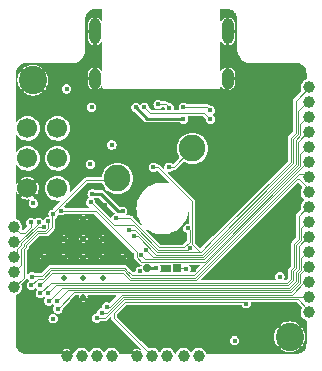
<source format=gbr>
%TF.GenerationSoftware,KiCad,Pcbnew,6.0.0*%
%TF.CreationDate,2022-01-08T01:14:49+01:00*%
%TF.ProjectId,micro,6d696372-6f2e-46b6-9963-61645f706362,rev1.0*%
%TF.SameCoordinates,Original*%
%TF.FileFunction,Copper,L1,Top*%
%TF.FilePolarity,Positive*%
%FSLAX46Y46*%
G04 Gerber Fmt 4.6, Leading zero omitted, Abs format (unit mm)*
G04 Created by KiCad (PCBNEW 6.0.0) date 2022-01-08 01:14:49*
%MOMM*%
%LPD*%
G01*
G04 APERTURE LIST*
%TA.AperFunction,ConnectorPad*%
%ADD10C,2.400000*%
%TD*%
%TA.AperFunction,ComponentPad*%
%ADD11C,2.350000*%
%TD*%
%TA.AperFunction,ComponentPad*%
%ADD12C,1.000000*%
%TD*%
%TA.AperFunction,ComponentPad*%
%ADD13C,2.250000*%
%TD*%
%TA.AperFunction,SMDPad,CuDef*%
%ADD14C,0.700000*%
%TD*%
%TA.AperFunction,SMDPad,CuDef*%
%ADD15R,0.700000X0.700000*%
%TD*%
%TA.AperFunction,ComponentPad*%
%ADD16C,1.700000*%
%TD*%
%TA.AperFunction,ComponentPad*%
%ADD17C,0.500000*%
%TD*%
%TA.AperFunction,ComponentPad*%
%ADD18O,1.000000X2.200000*%
%TD*%
%TA.AperFunction,ComponentPad*%
%ADD19O,1.000000X1.800000*%
%TD*%
%TA.AperFunction,ViaPad*%
%ADD20C,0.400000*%
%TD*%
%TA.AperFunction,Conductor*%
%ADD21C,0.250000*%
%TD*%
%TA.AperFunction,Conductor*%
%ADD22C,0.100000*%
%TD*%
G04 APERTURE END LIST*
D10*
%TO.P,H2,1,1*%
%TO.N,GND*%
X162161000Y-110028000D03*
D11*
X162161000Y-110028000D03*
%TD*%
D12*
%TO.P,J3,1,Pin_1*%
%TO.N,BLD*%
X154455000Y-111660000D03*
%TO.P,J3,2,Pin_2*%
%TO.N,VCC*%
X153185000Y-111660000D03*
%TD*%
D11*
%TO.P,H1,1,1*%
%TO.N,GND*%
X140425000Y-88293000D03*
D10*
X140425000Y-88293000D03*
%TD*%
D13*
%TO.P,MX1,1,COL*%
%TO.N,COL0*%
X147580000Y-96620000D03*
%TO.P,MX1,2,ROW*%
%TO.N,Net-(D1-Pad2)*%
X153930000Y-94080000D03*
D14*
%TO.P,MX1,3,LED*%
%TO.N,VCC*%
X150120000Y-104240000D03*
D15*
%TO.P,MX1,4,LEDGND*%
%TO.N,Net-(MX1-Pad4)*%
X152660000Y-104240000D03*
%TD*%
D12*
%TO.P,J5,1,Pin_1*%
%TO.N,SDA*%
X147090000Y-111670000D03*
%TO.P,J5,2,Pin_2*%
%TO.N,SCK*%
X145820000Y-111670000D03*
%TO.P,J5,3,Pin_3*%
%TO.N,VCC*%
X144550000Y-111670000D03*
%TO.P,J5,4,Pin_4*%
%TO.N,GND*%
X143280000Y-111670000D03*
%TD*%
%TO.P,J4,1,Pin_1*%
%TO.N,GND*%
X149230000Y-111660000D03*
%TO.P,J4,2,Pin_2*%
%TO.N,RGBO*%
X150500000Y-111660000D03*
%TO.P,J4,3,Pin_3*%
%TO.N,VCC*%
X151770000Y-111660000D03*
%TD*%
D16*
%TO.P,J2,1,MISO*%
%TO.N,ROW3*%
X142504579Y-92371000D03*
%TO.P,J2,2,VCC*%
%TO.N,VCC*%
X139964579Y-92371000D03*
%TO.P,J2,3,SCK*%
%TO.N,ROW1*%
X142504579Y-94911000D03*
%TO.P,J2,4,MOSI*%
%TO.N,ROW2*%
X139964579Y-94911000D03*
%TO.P,J2,5,~{RST}*%
%TO.N,RST*%
X142504579Y-97451000D03*
%TO.P,J2,6,GND*%
%TO.N,GND*%
X139964579Y-97451000D03*
%TD*%
D17*
%TO.P,U2,45,EP*%
%TO.N,GND*%
X144706837Y-101707590D03*
X141383435Y-103369291D03*
X148030239Y-103369291D03*
X146368538Y-101707590D03*
X143045136Y-105030992D03*
X144706837Y-100045889D03*
X144706837Y-103369291D03*
X144706837Y-105030992D03*
X143045136Y-101707590D03*
X146368538Y-105030992D03*
X143045136Y-103369291D03*
X144706837Y-106692693D03*
X146368538Y-103369291D03*
%TD*%
D12*
%TO.P,J6,1,Pin_1*%
%TO.N,COL0*%
X138790000Y-105807000D03*
%TO.P,J6,2,Pin_2*%
%TO.N,COL1*%
X138790000Y-104537000D03*
%TO.P,J6,3,Pin_3*%
%TO.N,COL2*%
X138790000Y-103267000D03*
%TO.P,J6,4,Pin_4*%
%TO.N,COL3*%
X138790000Y-101997000D03*
%TO.P,J6,5,Pin_5*%
%TO.N,COL4*%
X138790000Y-100727000D03*
%TD*%
%TO.P,J7,1,Pin_1*%
%TO.N,ROW0*%
X163792000Y-88894000D03*
%TO.P,J7,2,Pin_2*%
%TO.N,ROW1*%
X163792000Y-90164000D03*
%TO.P,J7,3,Pin_3*%
%TO.N,ROW2*%
X163792000Y-91434000D03*
%TO.P,J7,4,Pin_4*%
%TO.N,ROW3*%
X163792000Y-92704000D03*
%TO.P,J7,5,Pin_5*%
%TO.N,ROW4*%
X163792000Y-93974000D03*
%TO.P,J7,6,Pin_6*%
%TO.N,ROW5*%
X163792000Y-95244000D03*
%TO.P,J7,7,Pin_7*%
%TO.N,ROW6*%
X163792000Y-96514000D03*
%TO.P,J7,8,Pin_8*%
%TO.N,ROW7*%
X163792000Y-97784000D03*
%TO.P,J7,9,Pin_9*%
%TO.N,ROW8*%
X163792000Y-99054000D03*
%TO.P,J7,10,Pin_10*%
%TO.N,ROW9*%
X163792000Y-100324000D03*
%TO.P,J7,11,Pin_11*%
%TO.N,ROW10*%
X163792000Y-101594000D03*
%TO.P,J7,12,Pin_12*%
%TO.N,ROW11*%
X163792000Y-102864000D03*
%TO.P,J7,13,Pin_13*%
%TO.N,ROW12*%
X163792000Y-104134000D03*
%TO.P,J7,14,Pin_14*%
%TO.N,ROW13*%
X163792000Y-105404000D03*
%TO.P,J7,15,Pin_15*%
%TO.N,ROW14*%
X163792000Y-106674000D03*
%TO.P,J7,16,Pin_16*%
%TO.N,ROW15*%
X163792000Y-107944000D03*
%TD*%
D18*
%TO.P,J1,S1,SHIELD*%
%TO.N,GND*%
X156912579Y-84156500D03*
D19*
X156912579Y-88156500D03*
D18*
X145672579Y-84156500D03*
D19*
X145672579Y-88156500D03*
%TD*%
D20*
%TO.N,Net-(C1-Pad1)*%
X153172579Y-91609000D03*
X149152579Y-90609000D03*
%TO.N,GND*%
X146490000Y-98900000D03*
X158490000Y-104080000D03*
X158372579Y-96879000D03*
X143370000Y-98860000D03*
X140790000Y-108660000D03*
X153220000Y-96590000D03*
X149680000Y-92840000D03*
X152840000Y-101290000D03*
X145360000Y-93820000D03*
X151740000Y-104360000D03*
X155822579Y-89339000D03*
X148810000Y-99640000D03*
X154040000Y-104370000D03*
X146802579Y-89589000D03*
X140280000Y-103370000D03*
X153372579Y-108789000D03*
%TO.N,VCC*%
X140472579Y-98721000D03*
X142140000Y-108490000D03*
X145442579Y-97919000D03*
X148020000Y-99380000D03*
X145298579Y-95419000D03*
X150886000Y-104238000D03*
X147110000Y-93780000D03*
X145392579Y-90599000D03*
X143270000Y-89030000D03*
X161340000Y-104930000D03*
%TO.N,Net-(C9-Pad1)*%
X147430000Y-100000000D03*
X153560000Y-100850000D03*
%TO.N,Net-(D1-Pad2)*%
X151952579Y-95669000D03*
%TO.N,RGB*%
X153730000Y-102511900D03*
X145313948Y-98642576D03*
%TO.N,RGBO*%
X158480000Y-107208060D03*
%TO.N,Net-(J1-PadA5)*%
X155458579Y-91609000D03*
X149870579Y-90593000D03*
%TO.N,Net-(J1-PadA6)*%
X151982579Y-90639000D03*
X151032579Y-90349000D03*
%TO.N,Net-(J1-PadB5)*%
X153172579Y-90593000D03*
X155458579Y-90847000D03*
%TO.N,RST*%
X149511069Y-104465955D03*
%TO.N,ROW0*%
X150632579Y-95673000D03*
X148520000Y-100940000D03*
%TO.N,ROW3*%
X149552579Y-103129000D03*
%TO.N,ROW2*%
X149962579Y-102639000D03*
%TO.N,ROW1*%
X148952579Y-101499000D03*
%TO.N,COL0*%
X142140000Y-99640000D03*
%TO.N,ROW9*%
X141712579Y-106349000D03*
%TO.N,ROW10*%
X141772579Y-106999000D03*
%TO.N,ROW12*%
X142530000Y-107670000D03*
%TO.N,ROW11*%
X142452579Y-107029000D03*
%TO.N,ROW13*%
X146670000Y-107460000D03*
%TO.N,ROW14*%
X146242579Y-107979000D03*
%TO.N,ROW4*%
X142830000Y-99340000D03*
%TO.N,ROW5*%
X140322579Y-104929000D03*
%TO.N,ROW6*%
X140292579Y-105669000D03*
%TO.N,ROW7*%
X141012579Y-105629000D03*
%TO.N,ROW8*%
X141052579Y-106349000D03*
%TO.N,COL1*%
X141730000Y-100260000D03*
%TO.N,COL2*%
X141340000Y-100710000D03*
%TO.N,COL3*%
X140900000Y-100320000D03*
%TO.N,COL4*%
X140250000Y-100340000D03*
%TO.N,ROW15*%
X145840000Y-108450000D03*
%TO.N,Net-(MX1-Pad4)*%
X153384000Y-104259000D03*
X157500000Y-110350000D03*
%TD*%
D21*
%TO.N,Net-(C1-Pad1)*%
X153112579Y-91549000D02*
X150092579Y-91549000D01*
X153172579Y-91609000D02*
X153112579Y-91549000D01*
X150092579Y-91549000D02*
X149152579Y-90609000D01*
%TO.N,VCC*%
X150886000Y-104238000D02*
X150122000Y-104238000D01*
X146179000Y-97919000D02*
X145442579Y-97919000D01*
X147640000Y-99380000D02*
X146179000Y-97919000D01*
X148020000Y-99380000D02*
X147640000Y-99380000D01*
D22*
%TO.N,Net-(C9-Pad1)*%
X153709991Y-100999991D02*
X153709991Y-102010009D01*
X153257640Y-102462360D02*
X151128852Y-102462360D01*
X153709991Y-102010009D02*
X153257640Y-102462360D01*
X151128852Y-102462360D02*
X148666492Y-100000000D01*
X148666492Y-100000000D02*
X147430000Y-100000000D01*
X153560000Y-100850000D02*
X153709991Y-100999991D01*
%TO.N,Net-(D1-Pad2)*%
X151952579Y-95669000D02*
X152332579Y-95669000D01*
X152332579Y-95669000D02*
X153762579Y-94239000D01*
%TO.N,RGB*%
X151046208Y-102661880D02*
X153580020Y-102661880D01*
X145313948Y-98642576D02*
X147261861Y-100590489D01*
X148974817Y-100590489D02*
X151046208Y-102661880D01*
X147261861Y-100590489D02*
X148974817Y-100590489D01*
X153580020Y-102661880D02*
X153730000Y-102511900D01*
%TO.N,RGBO*%
X147300000Y-107975907D02*
X147300000Y-108420000D01*
X158330020Y-107058080D02*
X148217827Y-107058080D01*
X147300000Y-108420000D02*
X150488975Y-111608975D01*
X158480000Y-107208060D02*
X158330020Y-107058080D01*
X148217827Y-107058080D02*
X147300000Y-107975907D01*
%TO.N,Net-(J1-PadA5)*%
X154950579Y-91101000D02*
X155458579Y-91609000D01*
X150378579Y-91101000D02*
X154950579Y-91101000D01*
X149870579Y-90593000D02*
X150378579Y-91101000D01*
%TO.N,Net-(J1-PadA6)*%
X151692579Y-90349000D02*
X151032579Y-90349000D01*
X151982579Y-90639000D02*
X151692579Y-90349000D01*
%TO.N,Net-(J1-PadB5)*%
X153172579Y-90593000D02*
X155204579Y-90593000D01*
X155204579Y-90593000D02*
X155458579Y-90847000D01*
%TO.N,ROW0*%
X155792579Y-101701159D02*
X162264988Y-95228750D01*
X154632338Y-102861400D02*
X154573784Y-102861400D01*
X149042164Y-100940000D02*
X150963564Y-102861400D01*
X151019000Y-95673000D02*
X150632579Y-95673000D01*
X154573784Y-102861400D02*
X153909511Y-102197127D01*
X150963564Y-102861400D02*
X154632338Y-102861400D01*
X162664028Y-92807749D02*
X162664028Y-90054530D01*
X148520000Y-100940000D02*
X149042164Y-100940000D01*
X162264988Y-95228750D02*
X162264988Y-93206789D01*
X162664028Y-90054530D02*
X163824558Y-88894000D01*
X153909511Y-98563511D02*
X151019000Y-95673000D01*
X154632338Y-102861400D02*
X155792579Y-101701159D01*
X162264988Y-93206789D02*
X162664028Y-92807749D01*
X153909511Y-102197127D02*
X153909511Y-98563511D01*
%TO.N,ROW3*%
X154880270Y-103459960D02*
X162863548Y-95476682D01*
X162863548Y-95476682D02*
X162863548Y-93501010D01*
X149552579Y-103129000D02*
X149883539Y-103459960D01*
X149883539Y-103459960D02*
X154880270Y-103459960D01*
X162863548Y-93501010D02*
X163660558Y-92704000D01*
%TO.N,ROW2*%
X150584019Y-103260440D02*
X154797626Y-103260440D01*
X162664028Y-95394038D02*
X162664028Y-93372077D01*
X149962579Y-102639000D02*
X150584019Y-103260440D01*
X163063068Y-92973037D02*
X163063068Y-92031490D01*
X154797626Y-103260440D02*
X162664028Y-95394038D01*
X162664028Y-93372077D02*
X163063068Y-92973037D01*
X163063068Y-92031490D02*
X163660558Y-91434000D01*
%TO.N,ROW1*%
X162863548Y-90911010D02*
X162863548Y-92890393D01*
X149319000Y-101499000D02*
X148952579Y-101499000D01*
X162464508Y-93289433D02*
X162464508Y-95311394D01*
X162863548Y-92890393D02*
X162464508Y-93289433D01*
X162464508Y-95311394D02*
X154714982Y-103060920D01*
X150880920Y-103060920D02*
X149319000Y-101499000D01*
X154714982Y-103060920D02*
X150880920Y-103060920D01*
X163635558Y-90139000D02*
X162863548Y-90911010D01*
%TO.N,COL0*%
X140857461Y-101259031D02*
X139838550Y-102277942D01*
X142140000Y-99535716D02*
X143110480Y-98565236D01*
X142140000Y-99640000D02*
X142079511Y-99700489D01*
X142079511Y-99700489D02*
X142079511Y-100746936D01*
X142079511Y-100746936D02*
X141567416Y-101259031D01*
X141567416Y-101259031D02*
X140857461Y-101259031D01*
X139838550Y-102431325D02*
X139639031Y-102630844D01*
X143110480Y-98565236D02*
X143124764Y-98565236D01*
X139838550Y-102277942D02*
X139838550Y-102431325D01*
X139639031Y-105007992D02*
X138840023Y-105807000D01*
X144911000Y-96779000D02*
X147412579Y-96779000D01*
X143124764Y-98565236D02*
X144911000Y-96779000D01*
X139639031Y-102630844D02*
X139639031Y-105007992D01*
X142140000Y-99640000D02*
X142140000Y-99535716D01*
%TO.N,ROW9*%
X162464511Y-104483555D02*
X162739960Y-104208106D01*
X162008560Y-105661440D02*
X162464508Y-105205492D01*
X142400139Y-105661440D02*
X162008560Y-105661440D01*
X162739960Y-104208106D02*
X162739960Y-102232435D01*
X162739960Y-102232435D02*
X163142489Y-101829906D01*
X163142489Y-101829906D02*
X163142489Y-100842069D01*
X141712579Y-106349000D02*
X142400139Y-105661440D01*
X163142489Y-100842069D02*
X163660558Y-100324000D01*
X162464508Y-105205492D02*
X162464511Y-104483555D01*
%TO.N,ROW10*%
X162939480Y-104290750D02*
X162939480Y-102315078D01*
X142910619Y-105860960D02*
X162091204Y-105860960D01*
X162091204Y-105860960D02*
X162664027Y-105288137D01*
X162939480Y-102315078D02*
X163660558Y-101594000D01*
X162664030Y-104566200D02*
X162939480Y-104290750D01*
X141772579Y-106999000D02*
X142910619Y-105860960D01*
X162664027Y-105288137D02*
X162664030Y-104566200D01*
%TO.N,ROW12*%
X163063068Y-104731490D02*
X163660558Y-104134000D01*
X163063067Y-105453425D02*
X163063068Y-104731490D01*
X143940000Y-106260000D02*
X162256492Y-106260000D01*
X142530000Y-107670000D02*
X143940000Y-106260000D01*
X162256492Y-106260000D02*
X163063067Y-105453425D01*
%TO.N,ROW11*%
X162863547Y-105370781D02*
X162863549Y-104648845D01*
X142452579Y-107029000D02*
X143421099Y-106060480D01*
X163139000Y-103385558D02*
X163660558Y-102864000D01*
X143421099Y-106060480D02*
X162173848Y-106060480D01*
X162863549Y-104648845D02*
X163139000Y-104373394D01*
X162173848Y-106060480D02*
X162863547Y-105370781D01*
X163139000Y-104373394D02*
X163139000Y-103385558D01*
%TO.N,ROW13*%
X146670000Y-107460000D02*
X146969415Y-107460000D01*
X163394656Y-105404000D02*
X163660558Y-105404000D01*
X147969895Y-106459520D02*
X162339137Y-106459519D01*
X162339137Y-106459519D02*
X163394656Y-105404000D01*
X146969415Y-107460000D02*
X147969895Y-106459520D01*
%TO.N,ROW14*%
X148052539Y-106659040D02*
X162741201Y-106659038D01*
X163645598Y-106659040D02*
X163660558Y-106674000D01*
X146732579Y-107979000D02*
X148052539Y-106659040D01*
X162741201Y-106659038D02*
X162741203Y-106659040D01*
X162741203Y-106659040D02*
X163645598Y-106659040D01*
X146242579Y-107979000D02*
X146732579Y-107979000D01*
%TO.N,ROW4*%
X163063068Y-95559326D02*
X163063068Y-94571490D01*
X154962914Y-103659480D02*
X163063068Y-95559326D01*
X149588775Y-103659480D02*
X154962914Y-103659480D01*
X145729000Y-99340000D02*
X149203068Y-102814068D01*
X163063068Y-94571490D02*
X163660558Y-93974000D01*
X149203068Y-103273773D02*
X149588775Y-103659480D01*
X142830000Y-99340000D02*
X145729000Y-99340000D01*
X149203068Y-102814068D02*
X149203068Y-103273773D01*
%TO.N,ROW5*%
X148312165Y-104327838D02*
X148803799Y-104819471D01*
X148995696Y-104819471D02*
X154085087Y-104819471D01*
X148803799Y-104819471D02*
X148995696Y-104819471D01*
X140322579Y-104929000D02*
X140368579Y-104883000D01*
X154085087Y-104819471D02*
X163660558Y-95244000D01*
X142196868Y-104210961D02*
X148195290Y-104210962D01*
X141194251Y-104883000D02*
X141866294Y-104210960D01*
X148195290Y-104210962D02*
X148312165Y-104327838D01*
X141866294Y-104210960D02*
X142196868Y-104210961D01*
X140368579Y-104883000D02*
X141194251Y-104883000D01*
%TO.N,ROW6*%
X140292579Y-105669000D02*
X140871579Y-105090000D01*
X141269415Y-105090000D02*
X141948936Y-104410480D01*
X142114224Y-104410481D02*
X148112645Y-104410481D01*
X140871579Y-105090000D02*
X141269415Y-105090000D01*
X148721155Y-105018991D02*
X154167731Y-105018991D01*
X162980423Y-96206299D02*
X163352857Y-96206299D01*
X163352857Y-96206299D02*
X163660558Y-96514000D01*
X141948936Y-104410480D02*
X142114224Y-104410481D01*
X148112645Y-104410481D02*
X148721155Y-105018991D01*
X154167731Y-105018991D02*
X162980423Y-96206299D01*
%TO.N,ROW7*%
X163660558Y-97360558D02*
X163660558Y-97784000D01*
X148638512Y-105218511D02*
X154250374Y-105218511D01*
X162778885Y-96690000D02*
X162990000Y-96690000D01*
X154250374Y-105218511D02*
X162778885Y-96690000D01*
X148030000Y-104610000D02*
X148638512Y-105218511D01*
X141012579Y-105629000D02*
X142031579Y-104610000D01*
X142031579Y-104610000D02*
X148030000Y-104610000D01*
X162990000Y-96690000D02*
X163660558Y-97360558D01*
%TO.N,ROW8*%
X162942969Y-99771589D02*
X163660558Y-99054000D01*
X162942969Y-101747262D02*
X162942969Y-99771589D01*
X162540440Y-102149791D02*
X162942969Y-101747262D01*
X161925916Y-105461920D02*
X162264989Y-105122847D01*
X162540440Y-104125462D02*
X162540440Y-102149791D01*
X141939659Y-105461920D02*
X161925916Y-105461920D01*
X141052579Y-106349000D02*
X141939659Y-105461920D01*
X162264992Y-104400910D02*
X162540440Y-104125462D01*
X162264989Y-105122847D02*
X162264992Y-104400910D01*
%TO.N,COL1*%
X140774817Y-101059511D02*
X139639031Y-102195297D01*
X141730000Y-100260000D02*
X141730000Y-100814284D01*
X139639031Y-102195297D02*
X139639030Y-102348682D01*
X139439511Y-103937512D02*
X138840023Y-104537000D01*
X139639030Y-102348682D02*
X139439511Y-102548201D01*
X141484773Y-101059511D02*
X140774817Y-101059511D01*
X141730000Y-100814284D02*
X141484773Y-101059511D01*
X139439511Y-102548201D02*
X139439511Y-103937512D01*
%TO.N,COL2*%
X141340000Y-100710000D02*
X140842164Y-100710000D01*
X139110000Y-102836000D02*
X138840023Y-103105977D01*
X139439511Y-102266037D02*
X139110000Y-102595548D01*
X139439511Y-102112653D02*
X139439511Y-102266037D01*
X138840023Y-103105977D02*
X138840023Y-103267000D01*
X140842164Y-100710000D02*
X139439511Y-102112653D01*
X139110000Y-102595548D02*
X139110000Y-102836000D01*
%TO.N,COL3*%
X140900000Y-100370000D02*
X139270000Y-102000000D01*
X140900000Y-100320000D02*
X140900000Y-100370000D01*
X139270000Y-102000000D02*
X138760599Y-102000000D01*
%TO.N,COL4*%
X139727836Y-101260000D02*
X139290599Y-101260000D01*
X139290599Y-101260000D02*
X138760599Y-100730000D01*
X140250000Y-100737836D02*
X139727836Y-101260000D01*
X140250000Y-100340000D02*
X140250000Y-100737836D01*
%TO.N,ROW15*%
X163660558Y-107650558D02*
X163660558Y-107944000D01*
X148135183Y-106858560D02*
X162658559Y-106858560D01*
X162658559Y-106858560D02*
X162659520Y-106859520D01*
X146543743Y-108450000D02*
X148135183Y-106858560D01*
X145840000Y-108450000D02*
X146543743Y-108450000D01*
X162869520Y-106859520D02*
X163660558Y-107650558D01*
X162659520Y-106859520D02*
X162869520Y-106859520D01*
%TO.N,Net-(MX1-Pad4)*%
X153384000Y-104259000D02*
X153365000Y-104240000D01*
X153365000Y-104240000D02*
X152660000Y-104240000D01*
%TD*%
%TA.AperFunction,Conductor*%
%TO.N,GND*%
G36*
X139962212Y-105103917D02*
G01*
X139992777Y-105163905D01*
X139992780Y-105163908D01*
X139994529Y-105167342D01*
X140082002Y-105254815D01*
X140096354Y-105289463D01*
X140082002Y-105324111D01*
X140069600Y-105333122D01*
X140054237Y-105340950D01*
X139964529Y-105430658D01*
X139906933Y-105543696D01*
X139906330Y-105547501D01*
X139906330Y-105547502D01*
X139900427Y-105584773D01*
X139887087Y-105669000D01*
X139906933Y-105794304D01*
X139922389Y-105824637D01*
X139959809Y-105898078D01*
X139964529Y-105907342D01*
X140054237Y-105997050D01*
X140057670Y-105998799D01*
X140057671Y-105998800D01*
X140101143Y-106020950D01*
X140167275Y-106054646D01*
X140171080Y-106055249D01*
X140171081Y-106055249D01*
X140288772Y-106073889D01*
X140292579Y-106074492D01*
X140296386Y-106073889D01*
X140414077Y-106055249D01*
X140414078Y-106055249D01*
X140417883Y-106054646D01*
X140484015Y-106020950D01*
X140527487Y-105998800D01*
X140527488Y-105998799D01*
X140530921Y-105997050D01*
X140620629Y-105907342D01*
X140625083Y-105898601D01*
X140653602Y-105874247D01*
X140690990Y-105877192D01*
X140703389Y-105886202D01*
X140774237Y-105957050D01*
X140777670Y-105958799D01*
X140782978Y-105961504D01*
X140807332Y-105990023D01*
X140804387Y-106027411D01*
X140795377Y-106039810D01*
X140724529Y-106110658D01*
X140666933Y-106223696D01*
X140647087Y-106349000D01*
X140647690Y-106352807D01*
X140655863Y-106404407D01*
X140666933Y-106474304D01*
X140724529Y-106587342D01*
X140814237Y-106677050D01*
X140817670Y-106678799D01*
X140817671Y-106678800D01*
X140867129Y-106704000D01*
X140927275Y-106734646D01*
X140931080Y-106735249D01*
X140931081Y-106735249D01*
X141048772Y-106753889D01*
X141052579Y-106754492D01*
X141056386Y-106753889D01*
X141174077Y-106735249D01*
X141174078Y-106735249D01*
X141177883Y-106734646D01*
X141238029Y-106704000D01*
X141287487Y-106678800D01*
X141287488Y-106678799D01*
X141290921Y-106677050D01*
X141347931Y-106620040D01*
X141382579Y-106605688D01*
X141417227Y-106620040D01*
X141466539Y-106669352D01*
X141480891Y-106704000D01*
X141466539Y-106738648D01*
X141444529Y-106760658D01*
X141386933Y-106873696D01*
X141367087Y-106999000D01*
X141367690Y-107002807D01*
X141384821Y-107110967D01*
X141386933Y-107124304D01*
X141408038Y-107165725D01*
X141436538Y-107221658D01*
X141444529Y-107237342D01*
X141534237Y-107327050D01*
X141537670Y-107328799D01*
X141537671Y-107328800D01*
X141586271Y-107353563D01*
X141647275Y-107384646D01*
X141651080Y-107385249D01*
X141651081Y-107385249D01*
X141768772Y-107403889D01*
X141772579Y-107404492D01*
X141776386Y-107403889D01*
X141894077Y-107385249D01*
X141894078Y-107385249D01*
X141897883Y-107384646D01*
X141958887Y-107353563D01*
X142007487Y-107328800D01*
X142007488Y-107328799D01*
X142010921Y-107327050D01*
X142062931Y-107275040D01*
X142097579Y-107260688D01*
X142132227Y-107275040D01*
X142210750Y-107353563D01*
X142225102Y-107388211D01*
X142210749Y-107422859D01*
X142201950Y-107431658D01*
X142200201Y-107435091D01*
X142200200Y-107435092D01*
X142189449Y-107456193D01*
X142144354Y-107544696D01*
X142143751Y-107548501D01*
X142143751Y-107548502D01*
X142136869Y-107591956D01*
X142124508Y-107670000D01*
X142144354Y-107795304D01*
X142201950Y-107908342D01*
X142291658Y-107998050D01*
X142295091Y-107999799D01*
X142295092Y-107999800D01*
X142348177Y-108026848D01*
X142404696Y-108055646D01*
X142408501Y-108056249D01*
X142408502Y-108056249D01*
X142526193Y-108074889D01*
X142530000Y-108075492D01*
X142533807Y-108074889D01*
X142651498Y-108056249D01*
X142651499Y-108056249D01*
X142655304Y-108055646D01*
X142711823Y-108026848D01*
X142764908Y-107999800D01*
X142764909Y-107999799D01*
X142768342Y-107998050D01*
X142858050Y-107908342D01*
X142915646Y-107795304D01*
X142935492Y-107670000D01*
X142934889Y-107666191D01*
X142932393Y-107650430D01*
X142941149Y-107613964D01*
X142946142Y-107608118D01*
X143529740Y-107024520D01*
X144591180Y-107024520D01*
X144592259Y-107027127D01*
X144593895Y-107027961D01*
X144601143Y-107030315D01*
X144703030Y-107046453D01*
X144710644Y-107046453D01*
X144812531Y-107030315D01*
X144818269Y-107028451D01*
X144822692Y-107023272D01*
X144822471Y-107020459D01*
X144713730Y-106911718D01*
X144706837Y-106908863D01*
X144699944Y-106911718D01*
X144594035Y-107017627D01*
X144591180Y-107024520D01*
X143529740Y-107024520D01*
X144029408Y-106524852D01*
X144064056Y-106510500D01*
X144326894Y-106510500D01*
X144361542Y-106524852D01*
X144375894Y-106559500D01*
X144371974Y-106575831D01*
X144372760Y-106576086D01*
X144369215Y-106586995D01*
X144353077Y-106688886D01*
X144353077Y-106696500D01*
X144369215Y-106798387D01*
X144371079Y-106804125D01*
X144376258Y-106808548D01*
X144379071Y-106808327D01*
X144662546Y-106524852D01*
X144697194Y-106510500D01*
X144716480Y-106510500D01*
X144751128Y-106524852D01*
X145031771Y-106805495D01*
X145038664Y-106808350D01*
X145041271Y-106807271D01*
X145042105Y-106805635D01*
X145044459Y-106798387D01*
X145060597Y-106696500D01*
X145060597Y-106688886D01*
X145044459Y-106586995D01*
X145040914Y-106576086D01*
X145042630Y-106575528D01*
X145040180Y-106544352D01*
X145064540Y-106515838D01*
X145086780Y-106510500D01*
X147446359Y-106510500D01*
X147481007Y-106524852D01*
X147495359Y-106559500D01*
X147481007Y-106594148D01*
X146956611Y-107118545D01*
X146921963Y-107132897D01*
X146899720Y-107127557D01*
X146795304Y-107074354D01*
X146791499Y-107073751D01*
X146791498Y-107073751D01*
X146673807Y-107055111D01*
X146670000Y-107054508D01*
X146666193Y-107055111D01*
X146548502Y-107073751D01*
X146548501Y-107073751D01*
X146544696Y-107074354D01*
X146488177Y-107103152D01*
X146435092Y-107130200D01*
X146435091Y-107130201D01*
X146431658Y-107131950D01*
X146341950Y-107221658D01*
X146340201Y-107225091D01*
X146340200Y-107225092D01*
X146318673Y-107267342D01*
X146284354Y-107334696D01*
X146283751Y-107338501D01*
X146283751Y-107338502D01*
X146270390Y-107422861D01*
X146264508Y-107460000D01*
X146265111Y-107463807D01*
X146273844Y-107518945D01*
X146265089Y-107555411D01*
X146233112Y-107575007D01*
X146121081Y-107592751D01*
X146121080Y-107592751D01*
X146117275Y-107593354D01*
X146076826Y-107613964D01*
X146007671Y-107649200D01*
X146007670Y-107649201D01*
X146004237Y-107650950D01*
X145914529Y-107740658D01*
X145856933Y-107853696D01*
X145837087Y-107979000D01*
X145837690Y-107982807D01*
X145837690Y-107982809D01*
X145839614Y-107994959D01*
X145830858Y-108031426D01*
X145798882Y-108051020D01*
X145718502Y-108063751D01*
X145718501Y-108063751D01*
X145714696Y-108064354D01*
X145694020Y-108074889D01*
X145605092Y-108120200D01*
X145605091Y-108120201D01*
X145601658Y-108121950D01*
X145511950Y-108211658D01*
X145454354Y-108324696D01*
X145453751Y-108328501D01*
X145453751Y-108328502D01*
X145439259Y-108420000D01*
X145434508Y-108450000D01*
X145454354Y-108575304D01*
X145511950Y-108688342D01*
X145601658Y-108778050D01*
X145605091Y-108779799D01*
X145605092Y-108779800D01*
X145647051Y-108801179D01*
X145714696Y-108835646D01*
X145718501Y-108836249D01*
X145718502Y-108836249D01*
X145836193Y-108854889D01*
X145840000Y-108855492D01*
X145843807Y-108854889D01*
X145961498Y-108836249D01*
X145961499Y-108836249D01*
X145965304Y-108835646D01*
X146032949Y-108801179D01*
X146074908Y-108779800D01*
X146074909Y-108779799D01*
X146078342Y-108778050D01*
X146141540Y-108714852D01*
X146176188Y-108700500D01*
X146514246Y-108700500D01*
X146523803Y-108701442D01*
X146543743Y-108705408D01*
X146641484Y-108685966D01*
X146681555Y-108659191D01*
X146724344Y-108630601D01*
X146735642Y-108613692D01*
X146741736Y-108606267D01*
X146961886Y-108386117D01*
X146996534Y-108371765D01*
X147031182Y-108386117D01*
X147044795Y-108418980D01*
X147044592Y-108420000D01*
X147064034Y-108517741D01*
X147073393Y-108531747D01*
X147119399Y-108600601D01*
X147123410Y-108603281D01*
X147136308Y-108611899D01*
X147143733Y-108617993D01*
X149578706Y-111052967D01*
X149593058Y-111087615D01*
X149578706Y-111122263D01*
X149544058Y-111136615D01*
X149525307Y-111132885D01*
X149389600Y-111076674D01*
X149383447Y-111075025D01*
X149233183Y-111055242D01*
X149226817Y-111055242D01*
X149076553Y-111075025D01*
X149070400Y-111076674D01*
X148930382Y-111134671D01*
X148929019Y-111135458D01*
X148926108Y-111140499D01*
X148927380Y-111145248D01*
X149157479Y-111375347D01*
X149171831Y-111409995D01*
X149157479Y-111444643D01*
X149122831Y-111458995D01*
X148837159Y-111458995D01*
X148802511Y-111444643D01*
X148716866Y-111358998D01*
X148709973Y-111356143D01*
X148706221Y-111357697D01*
X148704671Y-111360382D01*
X148676354Y-111428746D01*
X148649836Y-111455265D01*
X148631084Y-111458995D01*
X147793013Y-111458995D01*
X147758365Y-111444643D01*
X147747176Y-111427315D01*
X147716390Y-111345842D01*
X147716389Y-111345841D01*
X147715345Y-111343077D01*
X147636075Y-111227739D01*
X147620987Y-111205786D01*
X147619312Y-111203349D01*
X147617107Y-111201384D01*
X147617104Y-111201381D01*
X147494930Y-111092528D01*
X147494929Y-111092527D01*
X147492721Y-111090560D01*
X147342881Y-111011224D01*
X147340023Y-111010506D01*
X147340020Y-111010505D01*
X147231728Y-110983304D01*
X147178441Y-110969919D01*
X147092311Y-110969468D01*
X147011848Y-110969046D01*
X147011844Y-110969046D01*
X147008895Y-110969031D01*
X147006026Y-110969720D01*
X147006024Y-110969720D01*
X146949445Y-110983304D01*
X146844032Y-111008612D01*
X146836298Y-111012604D01*
X146712744Y-111076375D01*
X146693369Y-111086375D01*
X146565604Y-111197831D01*
X146563906Y-111200246D01*
X146563905Y-111200248D01*
X146494871Y-111298474D01*
X146463207Y-111318569D01*
X146426607Y-111310388D01*
X146414402Y-111298055D01*
X146349312Y-111203349D01*
X146347107Y-111201384D01*
X146347104Y-111201381D01*
X146224930Y-111092528D01*
X146224929Y-111092527D01*
X146222721Y-111090560D01*
X146072881Y-111011224D01*
X146070023Y-111010506D01*
X146070020Y-111010505D01*
X145961728Y-110983304D01*
X145908441Y-110969919D01*
X145822311Y-110969468D01*
X145741848Y-110969046D01*
X145741844Y-110969046D01*
X145738895Y-110969031D01*
X145736026Y-110969720D01*
X145736024Y-110969720D01*
X145679445Y-110983304D01*
X145574032Y-111008612D01*
X145566298Y-111012604D01*
X145442744Y-111076375D01*
X145423369Y-111086375D01*
X145295604Y-111197831D01*
X145293906Y-111200246D01*
X145293905Y-111200248D01*
X145224871Y-111298474D01*
X145193207Y-111318569D01*
X145156607Y-111310388D01*
X145144402Y-111298055D01*
X145079312Y-111203349D01*
X145077107Y-111201384D01*
X145077104Y-111201381D01*
X144954930Y-111092528D01*
X144954929Y-111092527D01*
X144952721Y-111090560D01*
X144802881Y-111011224D01*
X144800023Y-111010506D01*
X144800020Y-111010505D01*
X144691728Y-110983304D01*
X144638441Y-110969919D01*
X144552311Y-110969468D01*
X144471848Y-110969046D01*
X144471844Y-110969046D01*
X144468895Y-110969031D01*
X144466026Y-110969720D01*
X144466024Y-110969720D01*
X144409445Y-110983304D01*
X144304032Y-111008612D01*
X144296298Y-111012604D01*
X144172744Y-111076375D01*
X144153369Y-111086375D01*
X144025604Y-111197831D01*
X144023906Y-111200246D01*
X144023905Y-111200248D01*
X143985551Y-111254821D01*
X143928113Y-111336547D01*
X143909958Y-111383111D01*
X143906060Y-111393109D01*
X143880102Y-111420177D01*
X143842607Y-111420962D01*
X143815137Y-111394060D01*
X143805330Y-111370383D01*
X143804543Y-111369019D01*
X143799501Y-111366108D01*
X143794752Y-111367380D01*
X143717489Y-111444643D01*
X143682841Y-111458995D01*
X143397169Y-111458995D01*
X143362521Y-111444643D01*
X143348169Y-111409995D01*
X143362521Y-111375347D01*
X143581002Y-111156866D01*
X143583857Y-111149973D01*
X143582303Y-111146221D01*
X143579617Y-111144670D01*
X143439600Y-111086674D01*
X143433447Y-111085025D01*
X143283183Y-111065242D01*
X143276817Y-111065242D01*
X143126553Y-111085025D01*
X143120400Y-111086674D01*
X142980382Y-111144671D01*
X142979019Y-111145458D01*
X142976108Y-111150499D01*
X142977380Y-111155248D01*
X143197479Y-111375347D01*
X143211831Y-111409995D01*
X143197479Y-111444643D01*
X143162831Y-111458995D01*
X142877159Y-111458995D01*
X142842511Y-111444643D01*
X142766866Y-111368998D01*
X142759973Y-111366143D01*
X142756221Y-111367697D01*
X142754671Y-111370380D01*
X142730495Y-111428747D01*
X142703976Y-111455265D01*
X142685225Y-111458995D01*
X139831570Y-111458996D01*
X139818287Y-111458996D01*
X139807306Y-111457750D01*
X139795736Y-111455089D01*
X139795734Y-111455089D01*
X139790359Y-111453853D01*
X139782144Y-111455712D01*
X139766526Y-111456684D01*
X139766090Y-111456641D01*
X139644265Y-111444642D01*
X139638732Y-111444097D01*
X139629311Y-111442223D01*
X139488474Y-111399500D01*
X139479599Y-111395824D01*
X139349799Y-111326444D01*
X139341813Y-111321107D01*
X139228051Y-111227744D01*
X139221258Y-111220952D01*
X139127888Y-111107180D01*
X139122552Y-111099193D01*
X139053174Y-110969396D01*
X139049498Y-110960522D01*
X139015151Y-110847294D01*
X139006776Y-110819684D01*
X139004902Y-110810264D01*
X138999448Y-110754889D01*
X138992356Y-110682876D01*
X138993367Y-110667093D01*
X138993911Y-110664729D01*
X138993911Y-110664727D01*
X138995147Y-110659352D01*
X138991212Y-110641961D01*
X138990004Y-110631148D01*
X138990004Y-108575304D01*
X138990004Y-108490000D01*
X141734508Y-108490000D01*
X141735111Y-108493807D01*
X141752826Y-108605654D01*
X141754354Y-108615304D01*
X141756104Y-108618738D01*
X141799785Y-108704466D01*
X141811950Y-108728342D01*
X141901658Y-108818050D01*
X141905091Y-108819799D01*
X141905092Y-108819800D01*
X141932757Y-108833896D01*
X142014696Y-108875646D01*
X142018501Y-108876249D01*
X142018502Y-108876249D01*
X142136193Y-108894889D01*
X142140000Y-108895492D01*
X142143807Y-108894889D01*
X142261498Y-108876249D01*
X142261499Y-108876249D01*
X142265304Y-108875646D01*
X142347243Y-108833896D01*
X142374908Y-108819800D01*
X142374909Y-108819799D01*
X142378342Y-108818050D01*
X142468050Y-108728342D01*
X142480216Y-108704466D01*
X142523896Y-108618738D01*
X142525646Y-108615304D01*
X142527175Y-108605654D01*
X142544889Y-108493807D01*
X142545492Y-108490000D01*
X142532043Y-108405083D01*
X142526249Y-108368502D01*
X142526249Y-108368501D01*
X142525646Y-108364696D01*
X142484502Y-108283947D01*
X142469800Y-108255092D01*
X142469799Y-108255091D01*
X142468050Y-108251658D01*
X142378342Y-108161950D01*
X142374909Y-108160201D01*
X142374908Y-108160200D01*
X142296403Y-108120200D01*
X142265304Y-108104354D01*
X142261499Y-108103751D01*
X142261498Y-108103751D01*
X142143807Y-108085111D01*
X142140000Y-108084508D01*
X142136193Y-108085111D01*
X142018502Y-108103751D01*
X142018501Y-108103751D01*
X142014696Y-108104354D01*
X141983597Y-108120200D01*
X141905092Y-108160200D01*
X141905091Y-108160201D01*
X141901658Y-108161950D01*
X141811950Y-108251658D01*
X141810201Y-108255091D01*
X141810200Y-108255092D01*
X141795498Y-108283947D01*
X141754354Y-108364696D01*
X141753751Y-108368501D01*
X141753751Y-108368502D01*
X141747957Y-108405083D01*
X141734508Y-108490000D01*
X138990004Y-108490000D01*
X138990003Y-106518912D01*
X139004355Y-106484264D01*
X139023719Y-106473553D01*
X139023371Y-106472587D01*
X139026145Y-106471589D01*
X139029029Y-106470928D01*
X139031670Y-106469600D01*
X139031672Y-106469599D01*
X139107057Y-106431684D01*
X139180498Y-106394747D01*
X139278576Y-106310980D01*
X139307179Y-106286551D01*
X139307181Y-106286549D01*
X139309423Y-106284634D01*
X139408361Y-106146947D01*
X139471601Y-105989634D01*
X139472887Y-105980603D01*
X139487293Y-105879377D01*
X139495490Y-105821778D01*
X139495645Y-105807000D01*
X139478945Y-105669000D01*
X139475631Y-105641611D01*
X139475630Y-105641609D01*
X139475276Y-105638680D01*
X139471618Y-105629000D01*
X139455560Y-105586502D01*
X139456738Y-105549018D01*
X139466749Y-105534534D01*
X139795298Y-105205985D01*
X139802723Y-105199891D01*
X139815621Y-105191273D01*
X139819632Y-105188593D01*
X139863074Y-105123577D01*
X139874997Y-105105733D01*
X139875006Y-105105688D01*
X139899801Y-105080892D01*
X139937304Y-105080892D01*
X139962212Y-105103917D01*
G37*
%TD.AperFunction*%
%TA.AperFunction,Conductor*%
G36*
X162630031Y-107109539D02*
G01*
X162630053Y-107109310D01*
X162630186Y-107109323D01*
X162634690Y-107109989D01*
X162634846Y-107110020D01*
X162634900Y-107110020D01*
X162634951Y-107110028D01*
X162659653Y-107114928D01*
X162664386Y-107113984D01*
X162664388Y-107113984D01*
X162679512Y-107110967D01*
X162689097Y-107110020D01*
X162745464Y-107110020D01*
X162780112Y-107124372D01*
X163180682Y-107524943D01*
X163195034Y-107559591D01*
X163186124Y-107587765D01*
X163170113Y-107610547D01*
X163169042Y-107613295D01*
X163169040Y-107613298D01*
X163148418Y-107666191D01*
X163108524Y-107768513D01*
X163086394Y-107936611D01*
X163104999Y-108105135D01*
X163126788Y-108164676D01*
X163162251Y-108261584D01*
X163162253Y-108261588D01*
X163163266Y-108264356D01*
X163257830Y-108405083D01*
X163383233Y-108519191D01*
X163385826Y-108520599D01*
X163385829Y-108520601D01*
X163406358Y-108531747D01*
X163532235Y-108600092D01*
X163553437Y-108605654D01*
X163583310Y-108628327D01*
X163590004Y-108653050D01*
X163590004Y-110630710D01*
X163588758Y-110641691D01*
X163584861Y-110658638D01*
X163586720Y-110666853D01*
X163587692Y-110682471D01*
X163575105Y-110810265D01*
X163573231Y-110819686D01*
X163530508Y-110960523D01*
X163526832Y-110969398D01*
X163457452Y-111099198D01*
X163452115Y-111107184D01*
X163358752Y-111220946D01*
X163351960Y-111227739D01*
X163238188Y-111321109D01*
X163230201Y-111326445D01*
X163100404Y-111395823D01*
X163091530Y-111399499D01*
X162995115Y-111428746D01*
X162950693Y-111442221D01*
X162941273Y-111444095D01*
X162813884Y-111456641D01*
X162798101Y-111455630D01*
X162795737Y-111455086D01*
X162795735Y-111455086D01*
X162790360Y-111453850D01*
X162772970Y-111457785D01*
X162762156Y-111458993D01*
X161704430Y-111458993D01*
X155161791Y-111458994D01*
X155127143Y-111444642D01*
X155115954Y-111427314D01*
X155081390Y-111335842D01*
X155081389Y-111335841D01*
X155080345Y-111333077D01*
X154984312Y-111193349D01*
X154982107Y-111191384D01*
X154982104Y-111191381D01*
X154859930Y-111082528D01*
X154859929Y-111082527D01*
X154857721Y-111080560D01*
X154797705Y-111048783D01*
X161356387Y-111048783D01*
X161358036Y-111052765D01*
X161506766Y-111156908D01*
X161510453Y-111159037D01*
X161712737Y-111253363D01*
X161716742Y-111254821D01*
X161932323Y-111312586D01*
X161936527Y-111313328D01*
X162158874Y-111332780D01*
X162163126Y-111332780D01*
X162385473Y-111313328D01*
X162389677Y-111312586D01*
X162605258Y-111254821D01*
X162609263Y-111253363D01*
X162811547Y-111159037D01*
X162815234Y-111156908D01*
X162961665Y-111054375D01*
X162965675Y-111048081D01*
X162964742Y-111043874D01*
X162167893Y-110247025D01*
X162161000Y-110244170D01*
X162154107Y-110247025D01*
X161359242Y-111041890D01*
X161356387Y-111048783D01*
X154797705Y-111048783D01*
X154707881Y-111001224D01*
X154705023Y-111000506D01*
X154705020Y-111000505D01*
X154625133Y-110980439D01*
X154543441Y-110959919D01*
X154457311Y-110959468D01*
X154376848Y-110959046D01*
X154376844Y-110959046D01*
X154373895Y-110959031D01*
X154371026Y-110959720D01*
X154371024Y-110959720D01*
X154328544Y-110969919D01*
X154209032Y-110998612D01*
X154190994Y-111007922D01*
X154079939Y-111065242D01*
X154058369Y-111076375D01*
X153930604Y-111187831D01*
X153928906Y-111190246D01*
X153928905Y-111190248D01*
X153859871Y-111288474D01*
X153828207Y-111308569D01*
X153791607Y-111300388D01*
X153779402Y-111288055D01*
X153714312Y-111193349D01*
X153712107Y-111191384D01*
X153712104Y-111191381D01*
X153589930Y-111082528D01*
X153589929Y-111082527D01*
X153587721Y-111080560D01*
X153437881Y-111001224D01*
X153435023Y-111000506D01*
X153435020Y-111000505D01*
X153355133Y-110980439D01*
X153273441Y-110959919D01*
X153187311Y-110959468D01*
X153106848Y-110959046D01*
X153106844Y-110959046D01*
X153103895Y-110959031D01*
X153101026Y-110959720D01*
X153101024Y-110959720D01*
X153058544Y-110969919D01*
X152939032Y-110998612D01*
X152920994Y-111007922D01*
X152809939Y-111065242D01*
X152788369Y-111076375D01*
X152660604Y-111187831D01*
X152563113Y-111326547D01*
X152562040Y-111329299D01*
X152523638Y-111427793D01*
X152497680Y-111454862D01*
X152477985Y-111458994D01*
X152476791Y-111458994D01*
X152442143Y-111444642D01*
X152430954Y-111427314D01*
X152396390Y-111335842D01*
X152396389Y-111335841D01*
X152395345Y-111333077D01*
X152299312Y-111193349D01*
X152297107Y-111191384D01*
X152297104Y-111191381D01*
X152174930Y-111082528D01*
X152174929Y-111082527D01*
X152172721Y-111080560D01*
X152022881Y-111001224D01*
X152020023Y-111000506D01*
X152020020Y-111000505D01*
X151940133Y-110980439D01*
X151858441Y-110959919D01*
X151772311Y-110959468D01*
X151691848Y-110959046D01*
X151691844Y-110959046D01*
X151688895Y-110959031D01*
X151686026Y-110959720D01*
X151686024Y-110959720D01*
X151643544Y-110969919D01*
X151524032Y-110998612D01*
X151505994Y-111007922D01*
X151394939Y-111065242D01*
X151373369Y-111076375D01*
X151245604Y-111187831D01*
X151243906Y-111190246D01*
X151243905Y-111190248D01*
X151174871Y-111288474D01*
X151143207Y-111308569D01*
X151106607Y-111300388D01*
X151094402Y-111288055D01*
X151029312Y-111193349D01*
X151027107Y-111191384D01*
X151027104Y-111191381D01*
X150904930Y-111082528D01*
X150904929Y-111082527D01*
X150902721Y-111080560D01*
X150752881Y-111001224D01*
X150750023Y-111000506D01*
X150750020Y-111000505D01*
X150670133Y-110980439D01*
X150588441Y-110959919D01*
X150502311Y-110959468D01*
X150421848Y-110959046D01*
X150421844Y-110959046D01*
X150418895Y-110959031D01*
X150416026Y-110959720D01*
X150416024Y-110959720D01*
X150263652Y-110996302D01*
X150226611Y-110990435D01*
X150217565Y-110983304D01*
X149584261Y-110350000D01*
X157094508Y-110350000D01*
X157114354Y-110475304D01*
X157171950Y-110588342D01*
X157261658Y-110678050D01*
X157265091Y-110679799D01*
X157265092Y-110679800D01*
X157271135Y-110682879D01*
X157374696Y-110735646D01*
X157378501Y-110736249D01*
X157378502Y-110736249D01*
X157496193Y-110754889D01*
X157500000Y-110755492D01*
X157503807Y-110754889D01*
X157621498Y-110736249D01*
X157621499Y-110736249D01*
X157625304Y-110735646D01*
X157728865Y-110682879D01*
X157734908Y-110679800D01*
X157734909Y-110679799D01*
X157738342Y-110678050D01*
X157828050Y-110588342D01*
X157885646Y-110475304D01*
X157905492Y-110350000D01*
X157890711Y-110256677D01*
X157886249Y-110228502D01*
X157886249Y-110228501D01*
X157885646Y-110224696D01*
X157828050Y-110111658D01*
X157746518Y-110030126D01*
X160856220Y-110030126D01*
X160875672Y-110252473D01*
X160876414Y-110256677D01*
X160934179Y-110472258D01*
X160935637Y-110476263D01*
X161029963Y-110678547D01*
X161032092Y-110682234D01*
X161134625Y-110828665D01*
X161140919Y-110832675D01*
X161145126Y-110831742D01*
X161941975Y-110034893D01*
X161944830Y-110028000D01*
X162377170Y-110028000D01*
X162380025Y-110034893D01*
X163174890Y-110829758D01*
X163181783Y-110832613D01*
X163185765Y-110830964D01*
X163289908Y-110682234D01*
X163292037Y-110678547D01*
X163386363Y-110476263D01*
X163387821Y-110472258D01*
X163445586Y-110256677D01*
X163446328Y-110252473D01*
X163465780Y-110030126D01*
X163465780Y-110025874D01*
X163446328Y-109803527D01*
X163445586Y-109799323D01*
X163387821Y-109583742D01*
X163386363Y-109579737D01*
X163292037Y-109377453D01*
X163289908Y-109373766D01*
X163187375Y-109227335D01*
X163181081Y-109223325D01*
X163176874Y-109224258D01*
X162380025Y-110021107D01*
X162377170Y-110028000D01*
X161944830Y-110028000D01*
X161941975Y-110021107D01*
X161147110Y-109226242D01*
X161140217Y-109223387D01*
X161136235Y-109225036D01*
X161032092Y-109373766D01*
X161029963Y-109377453D01*
X160935637Y-109579737D01*
X160934179Y-109583742D01*
X160876414Y-109799323D01*
X160875672Y-109803527D01*
X160856220Y-110025874D01*
X160856220Y-110030126D01*
X157746518Y-110030126D01*
X157738342Y-110021950D01*
X157734909Y-110020201D01*
X157734908Y-110020200D01*
X157681823Y-109993152D01*
X157625304Y-109964354D01*
X157621499Y-109963751D01*
X157621498Y-109963751D01*
X157503807Y-109945111D01*
X157500000Y-109944508D01*
X157496193Y-109945111D01*
X157378502Y-109963751D01*
X157378501Y-109963751D01*
X157374696Y-109964354D01*
X157318177Y-109993152D01*
X157265092Y-110020200D01*
X157265091Y-110020201D01*
X157261658Y-110021950D01*
X157171950Y-110111658D01*
X157114354Y-110224696D01*
X157113751Y-110228501D01*
X157113751Y-110228502D01*
X157109289Y-110256677D01*
X157094508Y-110350000D01*
X149584261Y-110350000D01*
X148242179Y-109007919D01*
X161356325Y-109007919D01*
X161357258Y-109012126D01*
X162154107Y-109808975D01*
X162161000Y-109811830D01*
X162167893Y-109808975D01*
X162962758Y-109014110D01*
X162965613Y-109007217D01*
X162963964Y-109003235D01*
X162815234Y-108899092D01*
X162811547Y-108896963D01*
X162609263Y-108802637D01*
X162605258Y-108801179D01*
X162389677Y-108743414D01*
X162385473Y-108742672D01*
X162163126Y-108723220D01*
X162158874Y-108723220D01*
X161936527Y-108742672D01*
X161932323Y-108743414D01*
X161716742Y-108801179D01*
X161712737Y-108802637D01*
X161510453Y-108896963D01*
X161506766Y-108899092D01*
X161360335Y-109001625D01*
X161356325Y-109007919D01*
X148242179Y-109007919D01*
X147564852Y-108330592D01*
X147550500Y-108295944D01*
X147550500Y-108099963D01*
X147564852Y-108065315D01*
X148307235Y-107322932D01*
X148341883Y-107308580D01*
X158051699Y-107308580D01*
X158086347Y-107322932D01*
X158095358Y-107335334D01*
X158144438Y-107431658D01*
X158151950Y-107446402D01*
X158241658Y-107536110D01*
X158245091Y-107537859D01*
X158245092Y-107537860D01*
X158276902Y-107554068D01*
X158354696Y-107593706D01*
X158358501Y-107594309D01*
X158358502Y-107594309D01*
X158476193Y-107612949D01*
X158480000Y-107613552D01*
X158483807Y-107612949D01*
X158601498Y-107594309D01*
X158601499Y-107594309D01*
X158605304Y-107593706D01*
X158683098Y-107554068D01*
X158714908Y-107537860D01*
X158714909Y-107537859D01*
X158718342Y-107536110D01*
X158808050Y-107446402D01*
X158815563Y-107431658D01*
X158863896Y-107336798D01*
X158865646Y-107333364D01*
X158869572Y-107308580D01*
X158884889Y-107211867D01*
X158885492Y-107208060D01*
X158878787Y-107165725D01*
X158887542Y-107129258D01*
X158919519Y-107109663D01*
X158927184Y-107109060D01*
X162625196Y-107109060D01*
X162630031Y-107109539D01*
G37*
%TD.AperFunction*%
%TA.AperFunction,Conductor*%
G36*
X162919091Y-96973351D02*
G01*
X163234338Y-97288598D01*
X163248690Y-97323246D01*
X163239780Y-97351420D01*
X163170113Y-97450547D01*
X163169042Y-97453295D01*
X163169040Y-97453298D01*
X163137145Y-97535104D01*
X163108524Y-97608513D01*
X163101264Y-97663662D01*
X163086843Y-97773204D01*
X163086394Y-97776611D01*
X163104999Y-97945135D01*
X163131568Y-98017738D01*
X163162251Y-98101584D01*
X163162253Y-98101588D01*
X163163266Y-98104356D01*
X163257830Y-98245083D01*
X163383233Y-98359191D01*
X163385827Y-98360599D01*
X163385832Y-98360603D01*
X163412797Y-98375243D01*
X163436399Y-98404388D01*
X163432479Y-98441685D01*
X163411892Y-98461847D01*
X163395369Y-98470375D01*
X163267604Y-98581831D01*
X163265906Y-98584246D01*
X163265905Y-98584248D01*
X163241875Y-98618440D01*
X163170113Y-98720547D01*
X163169042Y-98723295D01*
X163169040Y-98723298D01*
X163142258Y-98791990D01*
X163108524Y-98878513D01*
X163086394Y-99046611D01*
X163104999Y-99215135D01*
X163106015Y-99217912D01*
X163106689Y-99220786D01*
X163104783Y-99221233D01*
X163103398Y-99252728D01*
X163093643Y-99266655D01*
X162786702Y-99573596D01*
X162779277Y-99579690D01*
X162762368Y-99590988D01*
X162733992Y-99633457D01*
X162707003Y-99673848D01*
X162687561Y-99771589D01*
X162690019Y-99783943D01*
X162691527Y-99791526D01*
X162692469Y-99801086D01*
X162692469Y-101623206D01*
X162678117Y-101657854D01*
X162384173Y-101951798D01*
X162376748Y-101957892D01*
X162359839Y-101969190D01*
X162328211Y-102016526D01*
X162304474Y-102052050D01*
X162285032Y-102149791D01*
X162285974Y-102154526D01*
X162288998Y-102169728D01*
X162289940Y-102179288D01*
X162289940Y-104001406D01*
X162275588Y-104036054D01*
X162108726Y-104202916D01*
X162101300Y-104209011D01*
X162084392Y-104220308D01*
X162081712Y-104224319D01*
X162061083Y-104255193D01*
X162029026Y-104303169D01*
X162017421Y-104361513D01*
X162009584Y-104400910D01*
X162010526Y-104405644D01*
X162013550Y-104420847D01*
X162014492Y-104430407D01*
X162014491Y-104529611D01*
X162014489Y-104998790D01*
X162000137Y-105033438D01*
X161836508Y-105197068D01*
X161801860Y-105211420D01*
X161726061Y-105211420D01*
X161691413Y-105197068D01*
X161677061Y-105162420D01*
X161682402Y-105140174D01*
X161683828Y-105137377D01*
X161725646Y-105055304D01*
X161733140Y-105007992D01*
X161744889Y-104933807D01*
X161745492Y-104930000D01*
X161734484Y-104860500D01*
X161726249Y-104808502D01*
X161726249Y-104808501D01*
X161725646Y-104804696D01*
X161668050Y-104691658D01*
X161578342Y-104601950D01*
X161574909Y-104600201D01*
X161574908Y-104600200D01*
X161512434Y-104568368D01*
X161465304Y-104544354D01*
X161461499Y-104543751D01*
X161461498Y-104543751D01*
X161343807Y-104525111D01*
X161340000Y-104524508D01*
X161336193Y-104525111D01*
X161218502Y-104543751D01*
X161218501Y-104543751D01*
X161214696Y-104544354D01*
X161167566Y-104568368D01*
X161105092Y-104600200D01*
X161105091Y-104600201D01*
X161101658Y-104601950D01*
X161011950Y-104691658D01*
X160954354Y-104804696D01*
X160953751Y-104808501D01*
X160953751Y-104808502D01*
X160945516Y-104860500D01*
X160934508Y-104930000D01*
X160935111Y-104933807D01*
X160946861Y-105007992D01*
X160954354Y-105055304D01*
X160996173Y-105137377D01*
X160997598Y-105140174D01*
X161000541Y-105177562D01*
X160976185Y-105206079D01*
X160953939Y-105211420D01*
X154730021Y-105211420D01*
X154695373Y-105197068D01*
X154681021Y-105162420D01*
X154695373Y-105127772D01*
X162849795Y-96973351D01*
X162884443Y-96958999D01*
X162919091Y-96973351D01*
G37*
%TD.AperFunction*%
%TA.AperFunction,Conductor*%
G36*
X145639592Y-99604852D02*
G01*
X148938216Y-102903476D01*
X148952568Y-102938124D01*
X148952568Y-103244276D01*
X148951626Y-103253833D01*
X148947660Y-103273773D01*
X148967102Y-103371514D01*
X148976486Y-103385558D01*
X149022467Y-103454374D01*
X149026478Y-103457054D01*
X149039376Y-103465672D01*
X149046801Y-103471766D01*
X149390782Y-103815747D01*
X149396876Y-103823172D01*
X149408174Y-103840081D01*
X149461239Y-103875537D01*
X149491034Y-103895446D01*
X149495768Y-103896388D01*
X149495769Y-103896388D01*
X149581375Y-103913416D01*
X149588775Y-103914888D01*
X149588727Y-103915131D01*
X149620514Y-103928298D01*
X149634866Y-103962946D01*
X149631136Y-103981696D01*
X149609318Y-104034372D01*
X149607910Y-104037771D01*
X149581392Y-104064290D01*
X149554975Y-104067417D01*
X149514876Y-104061066D01*
X149511069Y-104060463D01*
X149507262Y-104061066D01*
X149389571Y-104079706D01*
X149389570Y-104079706D01*
X149385765Y-104080309D01*
X149329246Y-104109107D01*
X149276161Y-104136155D01*
X149276160Y-104136156D01*
X149272727Y-104137905D01*
X149183019Y-104227613D01*
X149181270Y-104231046D01*
X149181269Y-104231047D01*
X149175787Y-104241807D01*
X149125423Y-104340651D01*
X149105577Y-104465955D01*
X149106180Y-104469762D01*
X149112918Y-104512306D01*
X149104163Y-104548773D01*
X149072186Y-104568368D01*
X149064521Y-104568971D01*
X148927855Y-104568971D01*
X148893207Y-104554619D01*
X148471848Y-104133260D01*
X148471846Y-104133259D01*
X148393283Y-104054695D01*
X148387188Y-104047269D01*
X148378571Y-104034372D01*
X148375891Y-104030361D01*
X148307392Y-103984592D01*
X148293032Y-103974997D01*
X148293031Y-103974997D01*
X148293030Y-103974996D01*
X148219964Y-103960462D01*
X148219954Y-103960460D01*
X148200027Y-103956496D01*
X148195291Y-103955554D01*
X148175351Y-103959520D01*
X148165794Y-103960462D01*
X142221543Y-103960461D01*
X141895792Y-103960460D01*
X141886232Y-103959518D01*
X141871030Y-103956494D01*
X141866294Y-103955552D01*
X141861558Y-103956494D01*
X141773289Y-103974052D01*
X141773288Y-103974052D01*
X141768554Y-103974994D01*
X141706611Y-104016382D01*
X141689710Y-104027674D01*
X141689708Y-104027676D01*
X141685694Y-104030358D01*
X141674394Y-104047269D01*
X141668305Y-104054687D01*
X141104842Y-104618148D01*
X141070194Y-104632500D01*
X140612767Y-104632500D01*
X140578119Y-104618148D01*
X140560921Y-104600950D01*
X140557488Y-104599201D01*
X140557487Y-104599200D01*
X140498159Y-104568971D01*
X140447883Y-104543354D01*
X140444078Y-104542751D01*
X140444077Y-104542751D01*
X140326386Y-104524111D01*
X140322579Y-104523508D01*
X140318772Y-104524111D01*
X140201081Y-104542751D01*
X140201080Y-104542751D01*
X140197275Y-104543354D01*
X140146999Y-104568971D01*
X140087671Y-104599200D01*
X140087670Y-104599201D01*
X140084237Y-104600950D01*
X139994529Y-104690658D01*
X139992780Y-104694092D01*
X139992777Y-104694095D01*
X139982190Y-104714874D01*
X139953673Y-104739231D01*
X139916286Y-104736288D01*
X139891929Y-104707771D01*
X139889531Y-104692629D01*
X139889531Y-103701118D01*
X141267778Y-103701118D01*
X141268857Y-103703725D01*
X141270493Y-103704559D01*
X141277741Y-103706913D01*
X141379628Y-103723051D01*
X141387242Y-103723051D01*
X141489129Y-103706913D01*
X141494867Y-103705049D01*
X141498224Y-103701118D01*
X142929479Y-103701118D01*
X142930558Y-103703725D01*
X142932194Y-103704559D01*
X142939442Y-103706913D01*
X143041329Y-103723051D01*
X143048943Y-103723051D01*
X143150830Y-103706913D01*
X143156568Y-103705049D01*
X143159925Y-103701118D01*
X144591180Y-103701118D01*
X144592259Y-103703725D01*
X144593895Y-103704559D01*
X144601143Y-103706913D01*
X144703030Y-103723051D01*
X144710644Y-103723051D01*
X144812531Y-103706913D01*
X144818269Y-103705049D01*
X144821626Y-103701118D01*
X146252881Y-103701118D01*
X146253960Y-103703725D01*
X146255596Y-103704559D01*
X146262844Y-103706913D01*
X146364731Y-103723051D01*
X146372345Y-103723051D01*
X146474232Y-103706913D01*
X146479970Y-103705049D01*
X146483327Y-103701118D01*
X147914582Y-103701118D01*
X147915661Y-103703725D01*
X147917297Y-103704559D01*
X147924545Y-103706913D01*
X148026432Y-103723051D01*
X148034046Y-103723051D01*
X148135933Y-103706913D01*
X148141671Y-103705049D01*
X148146094Y-103699870D01*
X148145873Y-103697057D01*
X148037132Y-103588316D01*
X148030239Y-103585461D01*
X148023346Y-103588316D01*
X147917437Y-103694225D01*
X147914582Y-103701118D01*
X146483327Y-103701118D01*
X146484393Y-103699870D01*
X146484172Y-103697057D01*
X146375431Y-103588316D01*
X146368538Y-103585461D01*
X146361645Y-103588316D01*
X146255736Y-103694225D01*
X146252881Y-103701118D01*
X144821626Y-103701118D01*
X144822692Y-103699870D01*
X144822471Y-103697057D01*
X144713730Y-103588316D01*
X144706837Y-103585461D01*
X144699944Y-103588316D01*
X144594035Y-103694225D01*
X144591180Y-103701118D01*
X143159925Y-103701118D01*
X143160991Y-103699870D01*
X143160770Y-103697057D01*
X143052029Y-103588316D01*
X143045136Y-103585461D01*
X143038243Y-103588316D01*
X142932334Y-103694225D01*
X142929479Y-103701118D01*
X141498224Y-103701118D01*
X141499290Y-103699870D01*
X141499069Y-103697057D01*
X141390328Y-103588316D01*
X141383435Y-103585461D01*
X141376542Y-103588316D01*
X141270633Y-103694225D01*
X141267778Y-103701118D01*
X139889531Y-103701118D01*
X139889531Y-103373098D01*
X141029675Y-103373098D01*
X141045813Y-103474985D01*
X141047677Y-103480723D01*
X141052856Y-103485146D01*
X141055669Y-103484925D01*
X141164410Y-103376184D01*
X141167265Y-103369291D01*
X141599605Y-103369291D01*
X141602460Y-103376184D01*
X141708369Y-103482093D01*
X141715262Y-103484948D01*
X141717869Y-103483869D01*
X141718703Y-103482233D01*
X141721057Y-103474985D01*
X141737195Y-103373098D01*
X142691376Y-103373098D01*
X142707514Y-103474985D01*
X142709378Y-103480723D01*
X142714557Y-103485146D01*
X142717370Y-103484925D01*
X142826111Y-103376184D01*
X142828966Y-103369291D01*
X143261306Y-103369291D01*
X143264161Y-103376184D01*
X143370070Y-103482093D01*
X143376963Y-103484948D01*
X143379570Y-103483869D01*
X143380404Y-103482233D01*
X143382758Y-103474985D01*
X143398896Y-103373098D01*
X144353077Y-103373098D01*
X144369215Y-103474985D01*
X144371079Y-103480723D01*
X144376258Y-103485146D01*
X144379071Y-103484925D01*
X144487812Y-103376184D01*
X144490667Y-103369291D01*
X144923007Y-103369291D01*
X144925862Y-103376184D01*
X145031771Y-103482093D01*
X145038664Y-103484948D01*
X145041271Y-103483869D01*
X145042105Y-103482233D01*
X145044459Y-103474985D01*
X145060597Y-103373098D01*
X146014778Y-103373098D01*
X146030916Y-103474985D01*
X146032780Y-103480723D01*
X146037959Y-103485146D01*
X146040772Y-103484925D01*
X146149513Y-103376184D01*
X146152368Y-103369291D01*
X146584708Y-103369291D01*
X146587563Y-103376184D01*
X146693472Y-103482093D01*
X146700365Y-103484948D01*
X146702972Y-103483869D01*
X146703806Y-103482233D01*
X146706160Y-103474985D01*
X146722298Y-103373098D01*
X147676479Y-103373098D01*
X147692617Y-103474985D01*
X147694481Y-103480723D01*
X147699660Y-103485146D01*
X147702473Y-103484925D01*
X147811214Y-103376184D01*
X147814069Y-103369291D01*
X148246409Y-103369291D01*
X148249264Y-103376184D01*
X148355173Y-103482093D01*
X148362066Y-103484948D01*
X148364673Y-103483869D01*
X148365507Y-103482233D01*
X148367861Y-103474985D01*
X148383999Y-103373098D01*
X148383999Y-103365484D01*
X148367861Y-103263597D01*
X148365997Y-103257859D01*
X148360818Y-103253436D01*
X148358005Y-103253657D01*
X148249264Y-103362398D01*
X148246409Y-103369291D01*
X147814069Y-103369291D01*
X147811214Y-103362398D01*
X147705305Y-103256489D01*
X147698412Y-103253634D01*
X147695805Y-103254713D01*
X147694971Y-103256349D01*
X147692617Y-103263597D01*
X147676479Y-103365484D01*
X147676479Y-103373098D01*
X146722298Y-103373098D01*
X146722298Y-103365484D01*
X146706160Y-103263597D01*
X146704296Y-103257859D01*
X146699117Y-103253436D01*
X146696304Y-103253657D01*
X146587563Y-103362398D01*
X146584708Y-103369291D01*
X146152368Y-103369291D01*
X146149513Y-103362398D01*
X146043604Y-103256489D01*
X146036711Y-103253634D01*
X146034104Y-103254713D01*
X146033270Y-103256349D01*
X146030916Y-103263597D01*
X146014778Y-103365484D01*
X146014778Y-103373098D01*
X145060597Y-103373098D01*
X145060597Y-103365484D01*
X145044459Y-103263597D01*
X145042595Y-103257859D01*
X145037416Y-103253436D01*
X145034603Y-103253657D01*
X144925862Y-103362398D01*
X144923007Y-103369291D01*
X144490667Y-103369291D01*
X144487812Y-103362398D01*
X144381903Y-103256489D01*
X144375010Y-103253634D01*
X144372403Y-103254713D01*
X144371569Y-103256349D01*
X144369215Y-103263597D01*
X144353077Y-103365484D01*
X144353077Y-103373098D01*
X143398896Y-103373098D01*
X143398896Y-103365484D01*
X143382758Y-103263597D01*
X143380894Y-103257859D01*
X143375715Y-103253436D01*
X143372902Y-103253657D01*
X143264161Y-103362398D01*
X143261306Y-103369291D01*
X142828966Y-103369291D01*
X142826111Y-103362398D01*
X142720202Y-103256489D01*
X142713309Y-103253634D01*
X142710702Y-103254713D01*
X142709868Y-103256349D01*
X142707514Y-103263597D01*
X142691376Y-103365484D01*
X142691376Y-103373098D01*
X141737195Y-103373098D01*
X141737195Y-103365484D01*
X141721057Y-103263597D01*
X141719193Y-103257859D01*
X141714014Y-103253436D01*
X141711201Y-103253657D01*
X141602460Y-103362398D01*
X141599605Y-103369291D01*
X141167265Y-103369291D01*
X141164410Y-103362398D01*
X141058501Y-103256489D01*
X141051608Y-103253634D01*
X141049001Y-103254713D01*
X141048167Y-103256349D01*
X141045813Y-103263597D01*
X141029675Y-103365484D01*
X141029675Y-103373098D01*
X139889531Y-103373098D01*
X139889531Y-103038712D01*
X141267580Y-103038712D01*
X141267801Y-103041525D01*
X141376542Y-103150266D01*
X141383435Y-103153121D01*
X141390328Y-103150266D01*
X141496237Y-103044357D01*
X141498575Y-103038712D01*
X142929281Y-103038712D01*
X142929502Y-103041525D01*
X143038243Y-103150266D01*
X143045136Y-103153121D01*
X143052029Y-103150266D01*
X143157938Y-103044357D01*
X143160276Y-103038712D01*
X144590982Y-103038712D01*
X144591203Y-103041525D01*
X144699944Y-103150266D01*
X144706837Y-103153121D01*
X144713730Y-103150266D01*
X144819639Y-103044357D01*
X144821977Y-103038712D01*
X146252683Y-103038712D01*
X146252904Y-103041525D01*
X146361645Y-103150266D01*
X146368538Y-103153121D01*
X146375431Y-103150266D01*
X146481340Y-103044357D01*
X146483678Y-103038712D01*
X147914384Y-103038712D01*
X147914605Y-103041525D01*
X148023346Y-103150266D01*
X148030239Y-103153121D01*
X148037132Y-103150266D01*
X148143041Y-103044357D01*
X148145896Y-103037464D01*
X148144817Y-103034857D01*
X148143181Y-103034023D01*
X148135933Y-103031669D01*
X148034046Y-103015531D01*
X148026432Y-103015531D01*
X147924545Y-103031669D01*
X147918807Y-103033533D01*
X147914384Y-103038712D01*
X146483678Y-103038712D01*
X146484195Y-103037464D01*
X146483116Y-103034857D01*
X146481480Y-103034023D01*
X146474232Y-103031669D01*
X146372345Y-103015531D01*
X146364731Y-103015531D01*
X146262844Y-103031669D01*
X146257106Y-103033533D01*
X146252683Y-103038712D01*
X144821977Y-103038712D01*
X144822494Y-103037464D01*
X144821415Y-103034857D01*
X144819779Y-103034023D01*
X144812531Y-103031669D01*
X144710644Y-103015531D01*
X144703030Y-103015531D01*
X144601143Y-103031669D01*
X144595405Y-103033533D01*
X144590982Y-103038712D01*
X143160276Y-103038712D01*
X143160793Y-103037464D01*
X143159714Y-103034857D01*
X143158078Y-103034023D01*
X143150830Y-103031669D01*
X143048943Y-103015531D01*
X143041329Y-103015531D01*
X142939442Y-103031669D01*
X142933704Y-103033533D01*
X142929281Y-103038712D01*
X141498575Y-103038712D01*
X141499092Y-103037464D01*
X141498013Y-103034857D01*
X141496377Y-103034023D01*
X141489129Y-103031669D01*
X141387242Y-103015531D01*
X141379628Y-103015531D01*
X141277741Y-103031669D01*
X141272003Y-103033533D01*
X141267580Y-103038712D01*
X139889531Y-103038712D01*
X139889531Y-102754900D01*
X139903883Y-102720252D01*
X139994817Y-102629318D01*
X140002242Y-102623224D01*
X140015140Y-102614606D01*
X140019151Y-102611926D01*
X140074516Y-102529065D01*
X140089050Y-102455999D01*
X140089050Y-102455998D01*
X140093958Y-102431325D01*
X140090020Y-102411530D01*
X140097335Y-102374748D01*
X140103430Y-102367322D01*
X140431335Y-102039417D01*
X142929479Y-102039417D01*
X142930558Y-102042024D01*
X142932194Y-102042858D01*
X142939442Y-102045212D01*
X143041329Y-102061350D01*
X143048943Y-102061350D01*
X143150830Y-102045212D01*
X143156568Y-102043348D01*
X143159925Y-102039417D01*
X144591180Y-102039417D01*
X144592259Y-102042024D01*
X144593895Y-102042858D01*
X144601143Y-102045212D01*
X144703030Y-102061350D01*
X144710644Y-102061350D01*
X144812531Y-102045212D01*
X144818269Y-102043348D01*
X144821626Y-102039417D01*
X146252881Y-102039417D01*
X146253960Y-102042024D01*
X146255596Y-102042858D01*
X146262844Y-102045212D01*
X146364731Y-102061350D01*
X146372345Y-102061350D01*
X146474232Y-102045212D01*
X146479970Y-102043348D01*
X146484393Y-102038169D01*
X146484172Y-102035356D01*
X146375431Y-101926615D01*
X146368538Y-101923760D01*
X146361645Y-101926615D01*
X146255736Y-102032524D01*
X146252881Y-102039417D01*
X144821626Y-102039417D01*
X144822692Y-102038169D01*
X144822471Y-102035356D01*
X144713730Y-101926615D01*
X144706837Y-101923760D01*
X144699944Y-101926615D01*
X144594035Y-102032524D01*
X144591180Y-102039417D01*
X143159925Y-102039417D01*
X143160991Y-102038169D01*
X143160770Y-102035356D01*
X143052029Y-101926615D01*
X143045136Y-101923760D01*
X143038243Y-101926615D01*
X142932334Y-102032524D01*
X142929479Y-102039417D01*
X140431335Y-102039417D01*
X140759356Y-101711397D01*
X142691376Y-101711397D01*
X142707514Y-101813284D01*
X142709378Y-101819022D01*
X142714557Y-101823445D01*
X142717370Y-101823224D01*
X142826111Y-101714483D01*
X142828966Y-101707590D01*
X143261306Y-101707590D01*
X143264161Y-101714483D01*
X143370070Y-101820392D01*
X143376963Y-101823247D01*
X143379570Y-101822168D01*
X143380404Y-101820532D01*
X143382758Y-101813284D01*
X143398896Y-101711397D01*
X144353077Y-101711397D01*
X144369215Y-101813284D01*
X144371079Y-101819022D01*
X144376258Y-101823445D01*
X144379071Y-101823224D01*
X144487812Y-101714483D01*
X144490667Y-101707590D01*
X144923007Y-101707590D01*
X144925862Y-101714483D01*
X145031771Y-101820392D01*
X145038664Y-101823247D01*
X145041271Y-101822168D01*
X145042105Y-101820532D01*
X145044459Y-101813284D01*
X145060597Y-101711397D01*
X146014778Y-101711397D01*
X146030916Y-101813284D01*
X146032780Y-101819022D01*
X146037959Y-101823445D01*
X146040772Y-101823224D01*
X146149513Y-101714483D01*
X146152368Y-101707590D01*
X146584708Y-101707590D01*
X146587563Y-101714483D01*
X146693472Y-101820392D01*
X146700365Y-101823247D01*
X146702972Y-101822168D01*
X146703806Y-101820532D01*
X146706160Y-101813284D01*
X146722298Y-101711397D01*
X146722298Y-101703783D01*
X146706160Y-101601896D01*
X146704296Y-101596158D01*
X146699117Y-101591735D01*
X146696304Y-101591956D01*
X146587563Y-101700697D01*
X146584708Y-101707590D01*
X146152368Y-101707590D01*
X146149513Y-101700697D01*
X146043604Y-101594788D01*
X146036711Y-101591933D01*
X146034104Y-101593012D01*
X146033270Y-101594648D01*
X146030916Y-101601896D01*
X146014778Y-101703783D01*
X146014778Y-101711397D01*
X145060597Y-101711397D01*
X145060597Y-101703783D01*
X145044459Y-101601896D01*
X145042595Y-101596158D01*
X145037416Y-101591735D01*
X145034603Y-101591956D01*
X144925862Y-101700697D01*
X144923007Y-101707590D01*
X144490667Y-101707590D01*
X144487812Y-101700697D01*
X144381903Y-101594788D01*
X144375010Y-101591933D01*
X144372403Y-101593012D01*
X144371569Y-101594648D01*
X144369215Y-101601896D01*
X144353077Y-101703783D01*
X144353077Y-101711397D01*
X143398896Y-101711397D01*
X143398896Y-101703783D01*
X143382758Y-101601896D01*
X143380894Y-101596158D01*
X143375715Y-101591735D01*
X143372902Y-101591956D01*
X143264161Y-101700697D01*
X143261306Y-101707590D01*
X142828966Y-101707590D01*
X142826111Y-101700697D01*
X142720202Y-101594788D01*
X142713309Y-101591933D01*
X142710702Y-101593012D01*
X142709868Y-101594648D01*
X142707514Y-101601896D01*
X142691376Y-101703783D01*
X142691376Y-101711397D01*
X140759356Y-101711397D01*
X140946870Y-101523883D01*
X140981518Y-101509531D01*
X141537919Y-101509531D01*
X141547476Y-101510473D01*
X141567416Y-101514439D01*
X141572152Y-101513497D01*
X141660422Y-101495939D01*
X141660423Y-101495939D01*
X141665157Y-101494997D01*
X141694952Y-101475088D01*
X141748017Y-101439632D01*
X141759315Y-101422723D01*
X141765409Y-101415298D01*
X141803696Y-101377011D01*
X142929281Y-101377011D01*
X142929502Y-101379824D01*
X143038243Y-101488565D01*
X143045136Y-101491420D01*
X143052029Y-101488565D01*
X143157938Y-101382656D01*
X143160276Y-101377011D01*
X144590982Y-101377011D01*
X144591203Y-101379824D01*
X144699944Y-101488565D01*
X144706837Y-101491420D01*
X144713730Y-101488565D01*
X144819639Y-101382656D01*
X144821977Y-101377011D01*
X146252683Y-101377011D01*
X146252904Y-101379824D01*
X146361645Y-101488565D01*
X146368538Y-101491420D01*
X146375431Y-101488565D01*
X146481340Y-101382656D01*
X146484195Y-101375763D01*
X146483116Y-101373156D01*
X146481480Y-101372322D01*
X146474232Y-101369968D01*
X146372345Y-101353830D01*
X146364731Y-101353830D01*
X146262844Y-101369968D01*
X146257106Y-101371832D01*
X146252683Y-101377011D01*
X144821977Y-101377011D01*
X144822494Y-101375763D01*
X144821415Y-101373156D01*
X144819779Y-101372322D01*
X144812531Y-101369968D01*
X144710644Y-101353830D01*
X144703030Y-101353830D01*
X144601143Y-101369968D01*
X144595405Y-101371832D01*
X144590982Y-101377011D01*
X143160276Y-101377011D01*
X143160793Y-101375763D01*
X143159714Y-101373156D01*
X143158078Y-101372322D01*
X143150830Y-101369968D01*
X143048943Y-101353830D01*
X143041329Y-101353830D01*
X142939442Y-101369968D01*
X142933704Y-101371832D01*
X142929281Y-101377011D01*
X141803696Y-101377011D01*
X142235781Y-100944927D01*
X142243206Y-100938833D01*
X142256101Y-100930217D01*
X142260112Y-100927537D01*
X142277008Y-100902251D01*
X142315477Y-100844676D01*
X142334920Y-100746936D01*
X142330953Y-100726993D01*
X142330011Y-100717434D01*
X142330011Y-100377716D01*
X144591180Y-100377716D01*
X144592259Y-100380323D01*
X144593895Y-100381157D01*
X144601143Y-100383511D01*
X144703030Y-100399649D01*
X144710644Y-100399649D01*
X144812531Y-100383511D01*
X144818269Y-100381647D01*
X144822692Y-100376468D01*
X144822471Y-100373655D01*
X144713730Y-100264914D01*
X144706837Y-100262059D01*
X144699944Y-100264914D01*
X144594035Y-100370823D01*
X144591180Y-100377716D01*
X142330011Y-100377716D01*
X142330011Y-100049696D01*
X144353077Y-100049696D01*
X144369215Y-100151583D01*
X144371079Y-100157321D01*
X144376258Y-100161744D01*
X144379071Y-100161523D01*
X144487812Y-100052782D01*
X144490667Y-100045889D01*
X144923007Y-100045889D01*
X144925862Y-100052782D01*
X145031771Y-100158691D01*
X145038664Y-100161546D01*
X145041271Y-100160467D01*
X145042105Y-100158831D01*
X145044459Y-100151583D01*
X145060597Y-100049696D01*
X145060597Y-100042082D01*
X145044459Y-99940195D01*
X145042595Y-99934457D01*
X145037416Y-99930034D01*
X145034603Y-99930255D01*
X144925862Y-100038996D01*
X144923007Y-100045889D01*
X144490667Y-100045889D01*
X144487812Y-100038996D01*
X144381903Y-99933087D01*
X144375010Y-99930232D01*
X144372403Y-99931311D01*
X144371569Y-99932947D01*
X144369215Y-99940195D01*
X144353077Y-100042082D01*
X144353077Y-100049696D01*
X142330011Y-100049696D01*
X142330011Y-100022703D01*
X142344363Y-99988055D01*
X142356766Y-99979044D01*
X142374905Y-99969802D01*
X142374908Y-99969799D01*
X142378342Y-99968050D01*
X142468050Y-99878342D01*
X142470390Y-99873751D01*
X142507414Y-99801086D01*
X142525646Y-99765304D01*
X142528932Y-99744560D01*
X142534278Y-99710802D01*
X142553873Y-99678825D01*
X142590340Y-99670070D01*
X142604922Y-99674808D01*
X142704696Y-99725646D01*
X142708501Y-99726249D01*
X142708502Y-99726249D01*
X142826193Y-99744889D01*
X142830000Y-99745492D01*
X142833807Y-99744889D01*
X142951498Y-99726249D01*
X142951499Y-99726249D01*
X142955304Y-99725646D01*
X142975589Y-99715310D01*
X144590982Y-99715310D01*
X144591203Y-99718123D01*
X144699944Y-99826864D01*
X144706837Y-99829719D01*
X144713730Y-99826864D01*
X144819639Y-99720955D01*
X144822494Y-99714062D01*
X144821415Y-99711455D01*
X144819779Y-99710621D01*
X144812531Y-99708267D01*
X144710644Y-99692129D01*
X144703030Y-99692129D01*
X144601143Y-99708267D01*
X144595405Y-99710131D01*
X144590982Y-99715310D01*
X142975589Y-99715310D01*
X143021218Y-99692061D01*
X143064908Y-99669800D01*
X143064909Y-99669799D01*
X143068342Y-99668050D01*
X143131540Y-99604852D01*
X143166188Y-99590500D01*
X145604944Y-99590500D01*
X145639592Y-99604852D01*
G37*
%TD.AperFunction*%
%TA.AperFunction,Conductor*%
G36*
X154556670Y-103924332D02*
G01*
X154571022Y-103958980D01*
X154556670Y-103993628D01*
X153995679Y-104554619D01*
X153961031Y-104568971D01*
X153755431Y-104568971D01*
X153720783Y-104554619D01*
X153706431Y-104519971D01*
X153713533Y-104498097D01*
X153712050Y-104497342D01*
X153726103Y-104469762D01*
X153769646Y-104384304D01*
X153789492Y-104259000D01*
X153772035Y-104148778D01*
X153770249Y-104137502D01*
X153770249Y-104137501D01*
X153769646Y-104133696D01*
X153716994Y-104030361D01*
X153713800Y-104024092D01*
X153713799Y-104024091D01*
X153712050Y-104020658D01*
X153685020Y-103993628D01*
X153670668Y-103958980D01*
X153685020Y-103924332D01*
X153719668Y-103909980D01*
X154522022Y-103909980D01*
X154556670Y-103924332D01*
G37*
%TD.AperFunction*%
%TA.AperFunction,Conductor*%
G36*
X152095148Y-103924332D02*
G01*
X152109500Y-103958980D01*
X152109500Y-104519971D01*
X152095148Y-104554619D01*
X152060500Y-104568971D01*
X151239717Y-104568971D01*
X151205069Y-104554619D01*
X151190717Y-104519971D01*
X151205069Y-104485323D01*
X151214050Y-104476342D01*
X151219343Y-104465955D01*
X151269896Y-104366738D01*
X151271646Y-104363304D01*
X151291492Y-104238000D01*
X151277361Y-104148778D01*
X151272249Y-104116502D01*
X151272249Y-104116501D01*
X151271646Y-104112696D01*
X151229693Y-104030358D01*
X151215800Y-104003092D01*
X151215799Y-104003091D01*
X151214050Y-103999658D01*
X151208020Y-103993628D01*
X151193668Y-103958980D01*
X151208020Y-103924332D01*
X151242668Y-103909980D01*
X152060500Y-103909980D01*
X152095148Y-103924332D01*
G37*
%TD.AperFunction*%
%TA.AperFunction,Conductor*%
G36*
X146243602Y-82256382D02*
G01*
X146278244Y-82270750D01*
X146292579Y-82305382D01*
X146292579Y-83239099D01*
X146278227Y-83273747D01*
X146243579Y-83288099D01*
X146208931Y-83273747D01*
X146199517Y-83259659D01*
X146199513Y-83259661D01*
X146199476Y-83259597D01*
X146198308Y-83257849D01*
X146197905Y-83256876D01*
X146194722Y-83251363D01*
X146102460Y-83131124D01*
X146097955Y-83126619D01*
X145977717Y-83034357D01*
X145972200Y-83031172D01*
X145832179Y-82973174D01*
X145830661Y-82972767D01*
X145825037Y-82974274D01*
X145822579Y-82978531D01*
X145822579Y-85332182D01*
X145825434Y-85339074D01*
X145829186Y-85340628D01*
X145832179Y-85339826D01*
X145972199Y-85281828D01*
X145977716Y-85278643D01*
X146097955Y-85186381D01*
X146102460Y-85181876D01*
X146194722Y-85061637D01*
X146197905Y-85056124D01*
X146198308Y-85055151D01*
X146198684Y-85054775D01*
X146199513Y-85053339D01*
X146199898Y-85053561D01*
X146224826Y-85028632D01*
X146262329Y-85028630D01*
X146288848Y-85055148D01*
X146292579Y-85073901D01*
X146292579Y-87439099D01*
X146278227Y-87473747D01*
X146243579Y-87488099D01*
X146208931Y-87473747D01*
X146199517Y-87459659D01*
X146199513Y-87459661D01*
X146199476Y-87459597D01*
X146198308Y-87457849D01*
X146197905Y-87456876D01*
X146194722Y-87451363D01*
X146102460Y-87331124D01*
X146097955Y-87326619D01*
X145977717Y-87234357D01*
X145972200Y-87231172D01*
X145832179Y-87173174D01*
X145830661Y-87172767D01*
X145825037Y-87174274D01*
X145822579Y-87178531D01*
X145822579Y-89132182D01*
X145825434Y-89139074D01*
X145829186Y-89140628D01*
X145832179Y-89139826D01*
X145972199Y-89081828D01*
X145977716Y-89078643D01*
X146097955Y-88986381D01*
X146102460Y-88981876D01*
X146194722Y-88861637D01*
X146197907Y-88856120D01*
X146198291Y-88855194D01*
X146198648Y-88854837D01*
X146199513Y-88853339D01*
X146199915Y-88853571D01*
X146224813Y-88828679D01*
X146262316Y-88828683D01*
X146288831Y-88855205D01*
X146292559Y-88873993D01*
X146292534Y-88901949D01*
X146294923Y-88906923D01*
X146294923Y-88906925D01*
X146300192Y-88917898D01*
X146303794Y-88928211D01*
X146307729Y-88945462D01*
X146311168Y-88949777D01*
X146311169Y-88949780D01*
X146318618Y-88959128D01*
X146324468Y-88968453D01*
X146332032Y-88984205D01*
X146345856Y-88995260D01*
X146353568Y-89002986D01*
X146364594Y-89016823D01*
X146380332Y-89024414D01*
X146389643Y-89030277D01*
X146403294Y-89041194D01*
X146408670Y-89042430D01*
X146408672Y-89042431D01*
X146416186Y-89044158D01*
X146420541Y-89045160D01*
X146430843Y-89048777D01*
X146446781Y-89056465D01*
X146452297Y-89056470D01*
X146452298Y-89056470D01*
X146469769Y-89056485D01*
X146469800Y-89056487D01*
X146469856Y-89056500D01*
X146486702Y-89056500D01*
X146537783Y-89056545D01*
X146538028Y-89056545D01*
X146538103Y-89056509D01*
X146538184Y-89056500D01*
X156086702Y-89056500D01*
X156138028Y-89056545D01*
X156143002Y-89054156D01*
X156143004Y-89054156D01*
X156153977Y-89048887D01*
X156164290Y-89045285D01*
X156169848Y-89044017D01*
X156181541Y-89041350D01*
X156185856Y-89037911D01*
X156185859Y-89037910D01*
X156195207Y-89030461D01*
X156204532Y-89024611D01*
X156215307Y-89019437D01*
X156220284Y-89017047D01*
X156231339Y-89003223D01*
X156239065Y-88995511D01*
X156252902Y-88984485D01*
X156260493Y-88968746D01*
X156266356Y-88959436D01*
X156277273Y-88945785D01*
X156278585Y-88940082D01*
X156281238Y-88928540D01*
X156284856Y-88918236D01*
X156292544Y-88902298D01*
X156292564Y-88879310D01*
X156292566Y-88879279D01*
X156292579Y-88879223D01*
X156292579Y-88873901D01*
X156306931Y-88839253D01*
X156341579Y-88824901D01*
X156376227Y-88839253D01*
X156385641Y-88853341D01*
X156385645Y-88853339D01*
X156385682Y-88853403D01*
X156386850Y-88855151D01*
X156387253Y-88856124D01*
X156390436Y-88861637D01*
X156482698Y-88981876D01*
X156487203Y-88986381D01*
X156607441Y-89078643D01*
X156612958Y-89081828D01*
X156752979Y-89139826D01*
X156754497Y-89140233D01*
X156760121Y-89138726D01*
X156762579Y-89134469D01*
X156762579Y-89132182D01*
X157062579Y-89132182D01*
X157065434Y-89139074D01*
X157069186Y-89140628D01*
X157072179Y-89139826D01*
X157212199Y-89081828D01*
X157217716Y-89078643D01*
X157337955Y-88986381D01*
X157342460Y-88981876D01*
X157434722Y-88861637D01*
X157437907Y-88856120D01*
X157495905Y-88716100D01*
X157497554Y-88709947D01*
X157512370Y-88597408D01*
X157512579Y-88594223D01*
X157512579Y-88316247D01*
X157509724Y-88309355D01*
X157502832Y-88306500D01*
X157072326Y-88306500D01*
X157065434Y-88309355D01*
X157062579Y-88316247D01*
X157062579Y-89132182D01*
X156762579Y-89132182D01*
X156762579Y-87996753D01*
X157062579Y-87996753D01*
X157065434Y-88003645D01*
X157072326Y-88006500D01*
X157502832Y-88006500D01*
X157509724Y-88003645D01*
X157512579Y-87996753D01*
X157512579Y-87718777D01*
X157512370Y-87715592D01*
X157497554Y-87603053D01*
X157495905Y-87596900D01*
X157437907Y-87456880D01*
X157434722Y-87451363D01*
X157342460Y-87331124D01*
X157337955Y-87326619D01*
X157217717Y-87234357D01*
X157212200Y-87231172D01*
X157072179Y-87173174D01*
X157070661Y-87172767D01*
X157065037Y-87174274D01*
X157062579Y-87178531D01*
X157062579Y-87996753D01*
X156762579Y-87996753D01*
X156762579Y-87180818D01*
X156759724Y-87173926D01*
X156755972Y-87172372D01*
X156752979Y-87173174D01*
X156612959Y-87231172D01*
X156607442Y-87234357D01*
X156487203Y-87326619D01*
X156482698Y-87331124D01*
X156390436Y-87451363D01*
X156387253Y-87456876D01*
X156386850Y-87457849D01*
X156386474Y-87458225D01*
X156385645Y-87459661D01*
X156385260Y-87459439D01*
X156360332Y-87484368D01*
X156322829Y-87484370D01*
X156296310Y-87457852D01*
X156292579Y-87439099D01*
X156292579Y-85073901D01*
X156306931Y-85039253D01*
X156341579Y-85024901D01*
X156376227Y-85039253D01*
X156385641Y-85053341D01*
X156385645Y-85053339D01*
X156385682Y-85053403D01*
X156386850Y-85055151D01*
X156387253Y-85056124D01*
X156390436Y-85061637D01*
X156482698Y-85181876D01*
X156487203Y-85186381D01*
X156607441Y-85278643D01*
X156612958Y-85281828D01*
X156752979Y-85339826D01*
X156754497Y-85340233D01*
X156760121Y-85338726D01*
X156762579Y-85334469D01*
X156762579Y-85332182D01*
X157062579Y-85332182D01*
X157065434Y-85339074D01*
X157069186Y-85340628D01*
X157072179Y-85339826D01*
X157212199Y-85281828D01*
X157217716Y-85278643D01*
X157337955Y-85186381D01*
X157342460Y-85181876D01*
X157434722Y-85061637D01*
X157437907Y-85056120D01*
X157495905Y-84916100D01*
X157497554Y-84909947D01*
X157512370Y-84797408D01*
X157512579Y-84794223D01*
X157512579Y-84316247D01*
X157509724Y-84309355D01*
X157502832Y-84306500D01*
X157072326Y-84306500D01*
X157065434Y-84309355D01*
X157062579Y-84316247D01*
X157062579Y-85332182D01*
X156762579Y-85332182D01*
X156762579Y-83996753D01*
X157062579Y-83996753D01*
X157065434Y-84003645D01*
X157072326Y-84006500D01*
X157502832Y-84006500D01*
X157509724Y-84003645D01*
X157512579Y-83996753D01*
X157512579Y-83518777D01*
X157512370Y-83515592D01*
X157497554Y-83403053D01*
X157495905Y-83396900D01*
X157437907Y-83256880D01*
X157434722Y-83251363D01*
X157342460Y-83131124D01*
X157337955Y-83126619D01*
X157217717Y-83034357D01*
X157212200Y-83031172D01*
X157072179Y-82973174D01*
X157070661Y-82972767D01*
X157065037Y-82974274D01*
X157062579Y-82978531D01*
X157062579Y-83996753D01*
X156762579Y-83996753D01*
X156762579Y-82980818D01*
X156759724Y-82973926D01*
X156755972Y-82972372D01*
X156752979Y-82973174D01*
X156612959Y-83031172D01*
X156607442Y-83034357D01*
X156487203Y-83126619D01*
X156482698Y-83131124D01*
X156390436Y-83251363D01*
X156387253Y-83256876D01*
X156386850Y-83257849D01*
X156386474Y-83258225D01*
X156385645Y-83259661D01*
X156385260Y-83259439D01*
X156360332Y-83284368D01*
X156322829Y-83284370D01*
X156296310Y-83257852D01*
X156292579Y-83239099D01*
X156292579Y-82305382D01*
X156306931Y-82270734D01*
X156341556Y-82256382D01*
X156887222Y-82256123D01*
X156898224Y-82257369D01*
X156909735Y-82260016D01*
X156909738Y-82260016D01*
X156915114Y-82261252D01*
X156922768Y-82259520D01*
X156923330Y-82259393D01*
X156938947Y-82258421D01*
X157025093Y-82266905D01*
X157066743Y-82271007D01*
X157076163Y-82272881D01*
X157217000Y-82315603D01*
X157225874Y-82319279D01*
X157355671Y-82388657D01*
X157363658Y-82393993D01*
X157477430Y-82487363D01*
X157484222Y-82494156D01*
X157577585Y-82607918D01*
X157582922Y-82615904D01*
X157652302Y-82745704D01*
X157655978Y-82754579D01*
X157698701Y-82895416D01*
X157700575Y-82904837D01*
X157713121Y-83032221D01*
X157712111Y-83048002D01*
X157711567Y-83050367D01*
X157711567Y-83050373D01*
X157710331Y-83055748D01*
X157714235Y-83073000D01*
X157715443Y-83083868D01*
X157714421Y-84003645D01*
X157712613Y-85630409D01*
X157711348Y-85641418D01*
X157707440Y-85658281D01*
X157707439Y-85658997D01*
X157708054Y-85661693D01*
X157708830Y-85665095D01*
X157709905Y-85672143D01*
X157723539Y-85845374D01*
X157723540Y-85845380D01*
X157723691Y-85847299D01*
X157767786Y-86030965D01*
X157768520Y-86032738D01*
X157768522Y-86032743D01*
X157797811Y-86103452D01*
X157840069Y-86205471D01*
X157841078Y-86207117D01*
X157937756Y-86364882D01*
X157937758Y-86364885D01*
X157938761Y-86366521D01*
X157940005Y-86367978D01*
X157940009Y-86367983D01*
X158027229Y-86470103D01*
X158061432Y-86510149D01*
X158205061Y-86632819D01*
X158366112Y-86731510D01*
X158367894Y-86732248D01*
X158538840Y-86803057D01*
X158538845Y-86803059D01*
X158540618Y-86803793D01*
X158724284Y-86847886D01*
X158841153Y-86857083D01*
X158898505Y-86861597D01*
X158905718Y-86862710D01*
X158911870Y-86864136D01*
X158912586Y-86864137D01*
X158929753Y-86860221D01*
X158940651Y-86858994D01*
X162761717Y-86858994D01*
X162772698Y-86860240D01*
X162784268Y-86862901D01*
X162784270Y-86862901D01*
X162789645Y-86864137D01*
X162797860Y-86862278D01*
X162813478Y-86861306D01*
X162829885Y-86862922D01*
X162941272Y-86873893D01*
X162950693Y-86875767D01*
X163091530Y-86918490D01*
X163100405Y-86922166D01*
X163230205Y-86991546D01*
X163238191Y-86996883D01*
X163351953Y-87090246D01*
X163358746Y-87097038D01*
X163452116Y-87210810D01*
X163457452Y-87218797D01*
X163526830Y-87348594D01*
X163530506Y-87357468D01*
X163573228Y-87498305D01*
X163575102Y-87507725D01*
X163584491Y-87603053D01*
X163587648Y-87635111D01*
X163586637Y-87650897D01*
X163584857Y-87658638D01*
X163588792Y-87676028D01*
X163590000Y-87686842D01*
X163590000Y-88183428D01*
X163575648Y-88218076D01*
X163552438Y-88231074D01*
X163548908Y-88231921D01*
X163548904Y-88231922D01*
X163546032Y-88232612D01*
X163493836Y-88259552D01*
X163402877Y-88306500D01*
X163395369Y-88310375D01*
X163267604Y-88421831D01*
X163170113Y-88560547D01*
X163108524Y-88718513D01*
X163086394Y-88886611D01*
X163104999Y-89055135D01*
X163136285Y-89140628D01*
X163148948Y-89175231D01*
X163147377Y-89212701D01*
X163137580Y-89226718D01*
X162507761Y-89856537D01*
X162500336Y-89862631D01*
X162483427Y-89873929D01*
X162447971Y-89926994D01*
X162428062Y-89956789D01*
X162427120Y-89961523D01*
X162427120Y-89961524D01*
X162414757Y-90023676D01*
X162408620Y-90054530D01*
X162409562Y-90059265D01*
X162412586Y-90074467D01*
X162413528Y-90084027D01*
X162413528Y-92683692D01*
X162399176Y-92718340D01*
X162108721Y-93008796D01*
X162101296Y-93014890D01*
X162084387Y-93026188D01*
X162059686Y-93063157D01*
X162029022Y-93109048D01*
X162009580Y-93206789D01*
X162010522Y-93211524D01*
X162013546Y-93226726D01*
X162014488Y-93236286D01*
X162014488Y-95104693D01*
X162000136Y-95139341D01*
X158815743Y-98323735D01*
X155632899Y-101506579D01*
X155632896Y-101506581D01*
X155122952Y-102016526D01*
X154637709Y-102501769D01*
X154603061Y-102516121D01*
X154568413Y-102501769D01*
X154174363Y-102107719D01*
X154160011Y-102073071D01*
X154160011Y-98593008D01*
X154160953Y-98583448D01*
X154163977Y-98568246D01*
X154164919Y-98563511D01*
X154160052Y-98539043D01*
X154146419Y-98470506D01*
X154146419Y-98470505D01*
X154145477Y-98465771D01*
X154104089Y-98403828D01*
X154104088Y-98403827D01*
X154090112Y-98382910D01*
X154073206Y-98371614D01*
X154065781Y-98365520D01*
X152962601Y-97262340D01*
X151847923Y-96147663D01*
X151833571Y-96113015D01*
X151847923Y-96078367D01*
X151882571Y-96064015D01*
X151890237Y-96064618D01*
X151952579Y-96074492D01*
X151956386Y-96073889D01*
X152074077Y-96055249D01*
X152074078Y-96055249D01*
X152077883Y-96054646D01*
X152134402Y-96025848D01*
X152187487Y-95998800D01*
X152187488Y-95998799D01*
X152190921Y-95997050D01*
X152254119Y-95933852D01*
X152288767Y-95919500D01*
X152303082Y-95919500D01*
X152312639Y-95920442D01*
X152332579Y-95924408D01*
X152430320Y-95904966D01*
X152468046Y-95879758D01*
X152513180Y-95849601D01*
X152524478Y-95832692D01*
X152530572Y-95825267D01*
X153152608Y-95203231D01*
X153187256Y-95188879D01*
X153215359Y-95197739D01*
X153264718Y-95232301D01*
X153266652Y-95233203D01*
X153266654Y-95233204D01*
X153321498Y-95258778D01*
X153474921Y-95330320D01*
X153476987Y-95330873D01*
X153476988Y-95330874D01*
X153696878Y-95389794D01*
X153696880Y-95389794D01*
X153698950Y-95390349D01*
X153701077Y-95390535D01*
X153701082Y-95390536D01*
X153927874Y-95410377D01*
X153930000Y-95410563D01*
X153932126Y-95410377D01*
X154158918Y-95390536D01*
X154158923Y-95390535D01*
X154161050Y-95390349D01*
X154163120Y-95389794D01*
X154163122Y-95389794D01*
X154383012Y-95330874D01*
X154383013Y-95330873D01*
X154385079Y-95330320D01*
X154538502Y-95258778D01*
X154593346Y-95233204D01*
X154593348Y-95233203D01*
X154595282Y-95232301D01*
X154664131Y-95184092D01*
X154783510Y-95100502D01*
X154783512Y-95100500D01*
X154785269Y-95099270D01*
X154949270Y-94935269D01*
X154965304Y-94912371D01*
X155081075Y-94747032D01*
X155081075Y-94747031D01*
X155082301Y-94745281D01*
X155180320Y-94535079D01*
X155187941Y-94506637D01*
X155239794Y-94313122D01*
X155239794Y-94313120D01*
X155240349Y-94311050D01*
X155253859Y-94156634D01*
X155260377Y-94082126D01*
X155260563Y-94080000D01*
X155252582Y-93988778D01*
X155240536Y-93851082D01*
X155240535Y-93851077D01*
X155240349Y-93848950D01*
X155180320Y-93624921D01*
X155087725Y-93426351D01*
X155083204Y-93416655D01*
X155083203Y-93416653D01*
X155082301Y-93414719D01*
X155039833Y-93354068D01*
X154950502Y-93226490D01*
X154950500Y-93226488D01*
X154949270Y-93224731D01*
X154785269Y-93060730D01*
X154735939Y-93026188D01*
X154597033Y-92928925D01*
X154597032Y-92928925D01*
X154595282Y-92927699D01*
X154588195Y-92924394D01*
X154503321Y-92884817D01*
X154385079Y-92829680D01*
X154383013Y-92829127D01*
X154383012Y-92829126D01*
X154163122Y-92770206D01*
X154163120Y-92770206D01*
X154161050Y-92769651D01*
X154158923Y-92769465D01*
X154158918Y-92769464D01*
X153932126Y-92749623D01*
X153930000Y-92749437D01*
X153927874Y-92749623D01*
X153701082Y-92769464D01*
X153701077Y-92769465D01*
X153698950Y-92769651D01*
X153696880Y-92770206D01*
X153696878Y-92770206D01*
X153476988Y-92829126D01*
X153476987Y-92829127D01*
X153474921Y-92829680D01*
X153356463Y-92884918D01*
X153271807Y-92924394D01*
X153264719Y-92927699D01*
X153262969Y-92928925D01*
X153262968Y-92928925D01*
X153098700Y-93043947D01*
X153074731Y-93060730D01*
X152910730Y-93224731D01*
X152909500Y-93226488D01*
X152909498Y-93226490D01*
X152820167Y-93354068D01*
X152777699Y-93414719D01*
X152776797Y-93416653D01*
X152776796Y-93416655D01*
X152772275Y-93426351D01*
X152679680Y-93624921D01*
X152619651Y-93848950D01*
X152619465Y-93851077D01*
X152619464Y-93851082D01*
X152607418Y-93988778D01*
X152599437Y-94080000D01*
X152599623Y-94082126D01*
X152606142Y-94156634D01*
X152619651Y-94311050D01*
X152620206Y-94313120D01*
X152620206Y-94313122D01*
X152672059Y-94506637D01*
X152679680Y-94535079D01*
X152777699Y-94745281D01*
X152778924Y-94747030D01*
X152778926Y-94747034D01*
X152805323Y-94784732D01*
X152813441Y-94821346D01*
X152799833Y-94847486D01*
X152283293Y-95364026D01*
X152248645Y-95378378D01*
X152213997Y-95364026D01*
X152190921Y-95340950D01*
X152187488Y-95339201D01*
X152187487Y-95339200D01*
X152130583Y-95310206D01*
X152077883Y-95283354D01*
X152074078Y-95282751D01*
X152074077Y-95282751D01*
X151956386Y-95264111D01*
X151952579Y-95263508D01*
X151948772Y-95264111D01*
X151831081Y-95282751D01*
X151831080Y-95282751D01*
X151827275Y-95283354D01*
X151774575Y-95310206D01*
X151717671Y-95339200D01*
X151717670Y-95339201D01*
X151714237Y-95340950D01*
X151624529Y-95430658D01*
X151622780Y-95434091D01*
X151622779Y-95434092D01*
X151605031Y-95468925D01*
X151566933Y-95543696D01*
X151566330Y-95547501D01*
X151566330Y-95547502D01*
X151560558Y-95583947D01*
X151547087Y-95669000D01*
X151548338Y-95676900D01*
X151556961Y-95731343D01*
X151548206Y-95767810D01*
X151516229Y-95787405D01*
X151479762Y-95778650D01*
X151473916Y-95773656D01*
X151216993Y-95516733D01*
X151210899Y-95509308D01*
X151202284Y-95496414D01*
X151202283Y-95496413D01*
X151199601Y-95492399D01*
X151146536Y-95456943D01*
X151116741Y-95437034D01*
X151112007Y-95436092D01*
X151112006Y-95436092D01*
X151023736Y-95418534D01*
X151019000Y-95417592D01*
X150999060Y-95421558D01*
X150989503Y-95422500D01*
X150968767Y-95422500D01*
X150934119Y-95408148D01*
X150870921Y-95344950D01*
X150867488Y-95343201D01*
X150867487Y-95343200D01*
X150786072Y-95301717D01*
X150757883Y-95287354D01*
X150754078Y-95286751D01*
X150754077Y-95286751D01*
X150636386Y-95268111D01*
X150632579Y-95267508D01*
X150628772Y-95268111D01*
X150511081Y-95286751D01*
X150511080Y-95286751D01*
X150507275Y-95287354D01*
X150479086Y-95301717D01*
X150397671Y-95343200D01*
X150397670Y-95343201D01*
X150394237Y-95344950D01*
X150304529Y-95434658D01*
X150302780Y-95438091D01*
X150302779Y-95438092D01*
X150289378Y-95464394D01*
X150246933Y-95547696D01*
X150227087Y-95673000D01*
X150227690Y-95676807D01*
X150241616Y-95764731D01*
X150246933Y-95798304D01*
X150262411Y-95828681D01*
X150299914Y-95902284D01*
X150304529Y-95911342D01*
X150394237Y-96001050D01*
X150397670Y-96002799D01*
X150397671Y-96002800D01*
X150450756Y-96029848D01*
X150507275Y-96058646D01*
X150511080Y-96059249D01*
X150511081Y-96059249D01*
X150628772Y-96077889D01*
X150632579Y-96078492D01*
X150636386Y-96077889D01*
X150754077Y-96059249D01*
X150754078Y-96059249D01*
X150757883Y-96058646D01*
X150814402Y-96029848D01*
X150867487Y-96002800D01*
X150867488Y-96002799D01*
X150870921Y-96001050D01*
X150897207Y-95974764D01*
X150931855Y-95960412D01*
X150966503Y-95974764D01*
X151488416Y-96496676D01*
X151925352Y-96933612D01*
X151939704Y-96968260D01*
X151925352Y-97002908D01*
X151890704Y-97017260D01*
X151879851Y-97016043D01*
X151878805Y-97015805D01*
X151877254Y-97015343D01*
X151875656Y-97015090D01*
X151875652Y-97015089D01*
X151590677Y-96969953D01*
X151590668Y-96969952D01*
X151589329Y-96969740D01*
X151587972Y-96969678D01*
X151587968Y-96969678D01*
X151498712Y-96965625D01*
X151498697Y-96965625D01*
X151498154Y-96965600D01*
X151316062Y-96965600D01*
X151315256Y-96965654D01*
X151315242Y-96965654D01*
X151199770Y-96973324D01*
X151099127Y-96980009D01*
X151097527Y-96980332D01*
X151097524Y-96980332D01*
X150814964Y-97037306D01*
X150814959Y-97037307D01*
X150813364Y-97037629D01*
X150811829Y-97038158D01*
X150811820Y-97038160D01*
X150539271Y-97132006D01*
X150539265Y-97132008D01*
X150537733Y-97132536D01*
X150277074Y-97263064D01*
X150035969Y-97426919D01*
X149849658Y-97593500D01*
X149824852Y-97615680D01*
X149818652Y-97621223D01*
X149628943Y-97842561D01*
X149628058Y-97843924D01*
X149511883Y-98022818D01*
X149470173Y-98087045D01*
X149469479Y-98088507D01*
X149469476Y-98088512D01*
X149377304Y-98282626D01*
X149345132Y-98350380D01*
X149344634Y-98351931D01*
X149259068Y-98618440D01*
X149256018Y-98627939D01*
X149255732Y-98629527D01*
X149255731Y-98629532D01*
X149228425Y-98781292D01*
X149204395Y-98914845D01*
X149204322Y-98916464D01*
X149204321Y-98916468D01*
X149191244Y-99204446D01*
X149191171Y-99206059D01*
X149200282Y-99310200D01*
X149216069Y-99490640D01*
X149216578Y-99496463D01*
X149216933Y-99498049D01*
X149216933Y-99498052D01*
X149221504Y-99518502D01*
X149280170Y-99780957D01*
X149280729Y-99782477D01*
X149280731Y-99782483D01*
X149380182Y-100052782D01*
X149380829Y-100054540D01*
X149381582Y-100055969D01*
X149381586Y-100055977D01*
X149474897Y-100232955D01*
X149516788Y-100312408D01*
X149517733Y-100313738D01*
X149517735Y-100313741D01*
X149629786Y-100471412D01*
X149638159Y-100507969D01*
X149618230Y-100539738D01*
X149581673Y-100548111D01*
X149555197Y-100534445D01*
X148864485Y-99843733D01*
X148858391Y-99836308D01*
X148849776Y-99823414D01*
X148849775Y-99823413D01*
X148847093Y-99819399D01*
X148794028Y-99783943D01*
X148764233Y-99764034D01*
X148759499Y-99763092D01*
X148759498Y-99763092D01*
X148671228Y-99745534D01*
X148666492Y-99744592D01*
X148646552Y-99748558D01*
X148636995Y-99749500D01*
X148335188Y-99749500D01*
X148300540Y-99735148D01*
X148286188Y-99700500D01*
X148300540Y-99665852D01*
X148348050Y-99618342D01*
X148350910Y-99612730D01*
X148392230Y-99531634D01*
X148405646Y-99505304D01*
X148425492Y-99380000D01*
X148405646Y-99254696D01*
X148348050Y-99141658D01*
X148258342Y-99051950D01*
X148254909Y-99050201D01*
X148254908Y-99050200D01*
X148179838Y-99011950D01*
X148145304Y-98994354D01*
X148141499Y-98993751D01*
X148141498Y-98993751D01*
X148023807Y-98975111D01*
X148020000Y-98974508D01*
X148016193Y-98975111D01*
X147898502Y-98993751D01*
X147898501Y-98993751D01*
X147894696Y-98994354D01*
X147891260Y-98996105D01*
X147891259Y-98996105D01*
X147807162Y-99038954D01*
X147769775Y-99041897D01*
X147750269Y-99029943D01*
X146420730Y-97700404D01*
X146417842Y-97697252D01*
X146394214Y-97669093D01*
X146394211Y-97669090D01*
X146391455Y-97665806D01*
X146355908Y-97645284D01*
X146352303Y-97642987D01*
X146322197Y-97621906D01*
X146318684Y-97619446D01*
X146310864Y-97617351D01*
X146299052Y-97612457D01*
X146295762Y-97610558D01*
X146292045Y-97608412D01*
X146287822Y-97607667D01*
X146287821Y-97607667D01*
X146268432Y-97604249D01*
X146251623Y-97601285D01*
X146247458Y-97600361D01*
X146221854Y-97593500D01*
X146211946Y-97590845D01*
X146211945Y-97590845D01*
X146207807Y-97589736D01*
X146203542Y-97590109D01*
X146203540Y-97590109D01*
X146166912Y-97593314D01*
X146162641Y-97593500D01*
X145697689Y-97593500D01*
X145675443Y-97588159D01*
X145567883Y-97533354D01*
X145564078Y-97532751D01*
X145564077Y-97532751D01*
X145446386Y-97514111D01*
X145442579Y-97513508D01*
X145438772Y-97514111D01*
X145321081Y-97532751D01*
X145321080Y-97532751D01*
X145317275Y-97533354D01*
X145260756Y-97562152D01*
X145207671Y-97589200D01*
X145207670Y-97589201D01*
X145204237Y-97590950D01*
X145114529Y-97680658D01*
X145056933Y-97793696D01*
X145056330Y-97797501D01*
X145056330Y-97797502D01*
X145050290Y-97835638D01*
X145037087Y-97919000D01*
X145038914Y-97930536D01*
X145050913Y-98006292D01*
X145056933Y-98044304D01*
X145058683Y-98047738D01*
X145088780Y-98106806D01*
X145114529Y-98157342D01*
X145157830Y-98200643D01*
X145172182Y-98235291D01*
X145157830Y-98269939D01*
X145145427Y-98278950D01*
X145079043Y-98312774D01*
X145079040Y-98312777D01*
X145075606Y-98314526D01*
X144985898Y-98404234D01*
X144984149Y-98407667D01*
X144984148Y-98407668D01*
X144970148Y-98435145D01*
X144928302Y-98517272D01*
X144927699Y-98521077D01*
X144927699Y-98521078D01*
X144918384Y-98579890D01*
X144908456Y-98642576D01*
X144909059Y-98646383D01*
X144925236Y-98748519D01*
X144928302Y-98767880D01*
X144985898Y-98880918D01*
X145075606Y-98970626D01*
X145079040Y-98972375D01*
X145079043Y-98972378D01*
X145127055Y-98996841D01*
X145151412Y-99025358D01*
X145148469Y-99062745D01*
X145119952Y-99087102D01*
X145104810Y-99089500D01*
X143166188Y-99089500D01*
X143131540Y-99075148D01*
X143077832Y-99021440D01*
X143063480Y-98986792D01*
X143077832Y-98952144D01*
X143237986Y-98791990D01*
X143245410Y-98785897D01*
X143252300Y-98781293D01*
X143252301Y-98781292D01*
X143278071Y-98764074D01*
X143305365Y-98745837D01*
X143316663Y-98728928D01*
X143322757Y-98721503D01*
X145000408Y-97043852D01*
X145035056Y-97029500D01*
X146279868Y-97029500D01*
X146314516Y-97043852D01*
X146327197Y-97065814D01*
X146329680Y-97075079D01*
X146427699Y-97285281D01*
X146428925Y-97287031D01*
X146428925Y-97287032D01*
X146545346Y-97453298D01*
X146560730Y-97475269D01*
X146724731Y-97639270D01*
X146726488Y-97640500D01*
X146726490Y-97640502D01*
X146783839Y-97680658D01*
X146914718Y-97772301D01*
X146916652Y-97773203D01*
X146916654Y-97773204D01*
X146960600Y-97793696D01*
X147124921Y-97870320D01*
X147126987Y-97870873D01*
X147126988Y-97870874D01*
X147346878Y-97929794D01*
X147346880Y-97929794D01*
X147348950Y-97930349D01*
X147351077Y-97930535D01*
X147351082Y-97930536D01*
X147577874Y-97950377D01*
X147580000Y-97950563D01*
X147582126Y-97950377D01*
X147808918Y-97930536D01*
X147808923Y-97930535D01*
X147811050Y-97930349D01*
X147813120Y-97929794D01*
X147813122Y-97929794D01*
X148033012Y-97870874D01*
X148033013Y-97870873D01*
X148035079Y-97870320D01*
X148199400Y-97793696D01*
X148243346Y-97773204D01*
X148243348Y-97773203D01*
X148245282Y-97772301D01*
X148376161Y-97680658D01*
X148433510Y-97640502D01*
X148433512Y-97640500D01*
X148435269Y-97639270D01*
X148599270Y-97475269D01*
X148614655Y-97453298D01*
X148731075Y-97287032D01*
X148731075Y-97287031D01*
X148732301Y-97285281D01*
X148830320Y-97075079D01*
X148840355Y-97037629D01*
X148889794Y-96853122D01*
X148889794Y-96853120D01*
X148890349Y-96851050D01*
X148903859Y-96696634D01*
X148910377Y-96622126D01*
X148910563Y-96620000D01*
X148904064Y-96545714D01*
X148890536Y-96391082D01*
X148890535Y-96391077D01*
X148890349Y-96388950D01*
X148830320Y-96164921D01*
X148752856Y-95998800D01*
X148733204Y-95956655D01*
X148733203Y-95956653D01*
X148732301Y-95954719D01*
X148711077Y-95924408D01*
X148600502Y-95766490D01*
X148600500Y-95766488D01*
X148599270Y-95764731D01*
X148435269Y-95600730D01*
X148364965Y-95551502D01*
X148247033Y-95468925D01*
X148247032Y-95468925D01*
X148245282Y-95467699D01*
X148238195Y-95464394D01*
X148079404Y-95390349D01*
X148035079Y-95369680D01*
X148033013Y-95369127D01*
X148033012Y-95369126D01*
X147813122Y-95310206D01*
X147813120Y-95310206D01*
X147811050Y-95309651D01*
X147808923Y-95309465D01*
X147808918Y-95309464D01*
X147582126Y-95289623D01*
X147580000Y-95289437D01*
X147577874Y-95289623D01*
X147351082Y-95309464D01*
X147351077Y-95309465D01*
X147348950Y-95309651D01*
X147346880Y-95310206D01*
X147346878Y-95310206D01*
X147126988Y-95369126D01*
X147126987Y-95369127D01*
X147124921Y-95369680D01*
X147011648Y-95422500D01*
X146921807Y-95464394D01*
X146914719Y-95467699D01*
X146912969Y-95468925D01*
X146912968Y-95468925D01*
X146748700Y-95583947D01*
X146724731Y-95600730D01*
X146560730Y-95764731D01*
X146559500Y-95766488D01*
X146559498Y-95766490D01*
X146448923Y-95924408D01*
X146427699Y-95954719D01*
X146426797Y-95956653D01*
X146426796Y-95956655D01*
X146407144Y-95998800D01*
X146329680Y-96164921D01*
X146269651Y-96388950D01*
X146269465Y-96391077D01*
X146269464Y-96391082D01*
X146261355Y-96483771D01*
X146244037Y-96517036D01*
X146212541Y-96528500D01*
X144940497Y-96528500D01*
X144930940Y-96527558D01*
X144911000Y-96523592D01*
X144906264Y-96524534D01*
X144817994Y-96542092D01*
X144817993Y-96542092D01*
X144813259Y-96543034D01*
X144783464Y-96562943D01*
X144730399Y-96598399D01*
X144727717Y-96602413D01*
X144727716Y-96602414D01*
X144719101Y-96615308D01*
X144713007Y-96622733D01*
X143618219Y-97717521D01*
X143583571Y-97731873D01*
X143548923Y-97717521D01*
X143534571Y-97682873D01*
X143534957Y-97676732D01*
X143539111Y-97643854D01*
X143559750Y-97480474D01*
X143560162Y-97451000D01*
X143540059Y-97245970D01*
X143535012Y-97229251D01*
X143492154Y-97087303D01*
X143480514Y-97048749D01*
X143450146Y-96991634D01*
X143384921Y-96868962D01*
X143384918Y-96868958D01*
X143383797Y-96866849D01*
X143253590Y-96707200D01*
X143094854Y-96575882D01*
X142913634Y-96477897D01*
X142716833Y-96416977D01*
X142714458Y-96416727D01*
X142714456Y-96416727D01*
X142514331Y-96395693D01*
X142514326Y-96395693D01*
X142511948Y-96395443D01*
X142509563Y-96395660D01*
X142509558Y-96395660D01*
X142409365Y-96404778D01*
X142306782Y-96414114D01*
X142165823Y-96455600D01*
X142111454Y-96471602D01*
X142111452Y-96471603D01*
X142109151Y-96472280D01*
X142107025Y-96473391D01*
X142107026Y-96473391D01*
X141968686Y-96545714D01*
X141926581Y-96567726D01*
X141883438Y-96602414D01*
X141767891Y-96695315D01*
X141767888Y-96695318D01*
X141766026Y-96696815D01*
X141764487Y-96698649D01*
X141764486Y-96698650D01*
X141715730Y-96756755D01*
X141633603Y-96854630D01*
X141632448Y-96856731D01*
X141537468Y-97029500D01*
X141534355Y-97035162D01*
X141533631Y-97037443D01*
X141533631Y-97037444D01*
X141524968Y-97064755D01*
X141472063Y-97231532D01*
X141449099Y-97436262D01*
X141449299Y-97438644D01*
X141449299Y-97438648D01*
X141452925Y-97481828D01*
X141466338Y-97641553D01*
X141492237Y-97731873D01*
X141511422Y-97798778D01*
X141523123Y-97839586D01*
X141617291Y-98022818D01*
X141618777Y-98024693D01*
X141618779Y-98024696D01*
X141669359Y-98088512D01*
X141745256Y-98184270D01*
X141747082Y-98185824D01*
X141747083Y-98185825D01*
X141898307Y-98314526D01*
X141902143Y-98317791D01*
X142081977Y-98418297D01*
X142085378Y-98419402D01*
X142275626Y-98481218D01*
X142275630Y-98481219D01*
X142277908Y-98481959D01*
X142482473Y-98506351D01*
X142687879Y-98490546D01*
X142703832Y-98486092D01*
X142706418Y-98485370D01*
X142743650Y-98489876D01*
X142766790Y-98519388D01*
X142762284Y-98556620D01*
X142754243Y-98567213D01*
X142088223Y-99233233D01*
X142061240Y-99246982D01*
X142018502Y-99253751D01*
X142018501Y-99253751D01*
X142014696Y-99254354D01*
X141990554Y-99266655D01*
X141905092Y-99310200D01*
X141905091Y-99310201D01*
X141901658Y-99311950D01*
X141811950Y-99401658D01*
X141754354Y-99514696D01*
X141753751Y-99518501D01*
X141753751Y-99518502D01*
X141744060Y-99579690D01*
X141734508Y-99640000D01*
X141735111Y-99643807D01*
X141751121Y-99744889D01*
X141754354Y-99765304D01*
X141759969Y-99776324D01*
X141763975Y-99784186D01*
X141766917Y-99821574D01*
X141742560Y-99850091D01*
X141727980Y-99854828D01*
X141697524Y-99859652D01*
X141608502Y-99873751D01*
X141608501Y-99873751D01*
X141604696Y-99874354D01*
X141548177Y-99903152D01*
X141495092Y-99930200D01*
X141495091Y-99930201D01*
X141491658Y-99931950D01*
X141401950Y-100021658D01*
X141400201Y-100025091D01*
X141400200Y-100025092D01*
X141362577Y-100098932D01*
X141344354Y-100134696D01*
X141343044Y-100134029D01*
X141322175Y-100158461D01*
X141284787Y-100161402D01*
X141256272Y-100137046D01*
X141229802Y-100085095D01*
X141229799Y-100085092D01*
X141228050Y-100081658D01*
X141138342Y-99991950D01*
X141134909Y-99990201D01*
X141134908Y-99990200D01*
X141070367Y-99957315D01*
X141025304Y-99934354D01*
X141021499Y-99933751D01*
X141021498Y-99933751D01*
X140903807Y-99915111D01*
X140900000Y-99914508D01*
X140896193Y-99915111D01*
X140778502Y-99933751D01*
X140778501Y-99933751D01*
X140774696Y-99934354D01*
X140729633Y-99957315D01*
X140665092Y-99990200D01*
X140665091Y-99990201D01*
X140661658Y-99991950D01*
X140599648Y-100053960D01*
X140565000Y-100068312D01*
X140530352Y-100053960D01*
X140488342Y-100011950D01*
X140484909Y-100010201D01*
X140484908Y-100010200D01*
X140402221Y-99968069D01*
X140375304Y-99954354D01*
X140371499Y-99953751D01*
X140371498Y-99953751D01*
X140253807Y-99935111D01*
X140250000Y-99934508D01*
X140246193Y-99935111D01*
X140128502Y-99953751D01*
X140128501Y-99953751D01*
X140124696Y-99954354D01*
X140097779Y-99968069D01*
X140015092Y-100010200D01*
X140015091Y-100010201D01*
X140011658Y-100011950D01*
X139921950Y-100101658D01*
X139864354Y-100214696D01*
X139863751Y-100218501D01*
X139863751Y-100218502D01*
X139856737Y-100262786D01*
X139844508Y-100340000D01*
X139845111Y-100343807D01*
X139862123Y-100451215D01*
X139864354Y-100465304D01*
X139866104Y-100468738D01*
X139913427Y-100561614D01*
X139921950Y-100578342D01*
X139953944Y-100610336D01*
X139968296Y-100644984D01*
X139953944Y-100679632D01*
X139638428Y-100995148D01*
X139603780Y-101009500D01*
X139503964Y-101009500D01*
X139469316Y-100995148D01*
X139454964Y-100960500D01*
X139458500Y-100942224D01*
X139470500Y-100912373D01*
X139470500Y-100912372D01*
X139471601Y-100909634D01*
X139495490Y-100741778D01*
X139495645Y-100727000D01*
X139475276Y-100558680D01*
X139456114Y-100507969D01*
X139416390Y-100402842D01*
X139416389Y-100402841D01*
X139415345Y-100400077D01*
X139350558Y-100305812D01*
X139320987Y-100262786D01*
X139319312Y-100260349D01*
X139317107Y-100258384D01*
X139317104Y-100258381D01*
X139194930Y-100149528D01*
X139194929Y-100149527D01*
X139192721Y-100147560D01*
X139042881Y-100068224D01*
X139032482Y-100065612D01*
X139027064Y-100064251D01*
X138996956Y-100041890D01*
X138990002Y-100016727D01*
X138990002Y-98222484D01*
X139409265Y-98222484D01*
X139411463Y-98227791D01*
X139417952Y-98233313D01*
X139421872Y-98236037D01*
X139580314Y-98324587D01*
X139584685Y-98326497D01*
X139757311Y-98382587D01*
X139761978Y-98383612D01*
X139942208Y-98405104D01*
X139946972Y-98405204D01*
X140112834Y-98392442D01*
X140148481Y-98404094D01*
X140165449Y-98437539D01*
X140151241Y-98475946D01*
X140144529Y-98482658D01*
X140142780Y-98486091D01*
X140142779Y-98486092D01*
X140132457Y-98506351D01*
X140086933Y-98595696D01*
X140067087Y-98721000D01*
X140068343Y-98728928D01*
X140086250Y-98841989D01*
X140086933Y-98846304D01*
X140104570Y-98880918D01*
X140122684Y-98916468D01*
X140144529Y-98959342D01*
X140234237Y-99049050D01*
X140237670Y-99050799D01*
X140237671Y-99050800D01*
X140261115Y-99062745D01*
X140347275Y-99106646D01*
X140351080Y-99107249D01*
X140351081Y-99107249D01*
X140468772Y-99125889D01*
X140472579Y-99126492D01*
X140476386Y-99125889D01*
X140594077Y-99107249D01*
X140594078Y-99107249D01*
X140597883Y-99106646D01*
X140684043Y-99062745D01*
X140707487Y-99050800D01*
X140707488Y-99050799D01*
X140710921Y-99049050D01*
X140800629Y-98959342D01*
X140822475Y-98916468D01*
X140840588Y-98880918D01*
X140858225Y-98846304D01*
X140858909Y-98841989D01*
X140876815Y-98728928D01*
X140878071Y-98721000D01*
X140858225Y-98595696D01*
X140812701Y-98506351D01*
X140802379Y-98486092D01*
X140802378Y-98486091D01*
X140800629Y-98482658D01*
X140710921Y-98392950D01*
X140707488Y-98391201D01*
X140707487Y-98391200D01*
X140647437Y-98360603D01*
X140597883Y-98335354D01*
X140594078Y-98334751D01*
X140594077Y-98334751D01*
X140565517Y-98330228D01*
X140524520Y-98323735D01*
X140492544Y-98304140D01*
X140483789Y-98267673D01*
X140502018Y-98236726D01*
X140514634Y-98226869D01*
X140518308Y-98220377D01*
X140516958Y-98215511D01*
X139971472Y-97670025D01*
X139964579Y-97667170D01*
X139957686Y-97670025D01*
X139412120Y-98215591D01*
X139409265Y-98222484D01*
X138990002Y-98222484D01*
X138990002Y-97835638D01*
X139004354Y-97800990D01*
X139039002Y-97786638D01*
X139073650Y-97800990D01*
X139082583Y-97813240D01*
X139161081Y-97965981D01*
X139163665Y-97969991D01*
X139188469Y-98001285D01*
X139194987Y-98004914D01*
X139199946Y-98003501D01*
X139745554Y-97457893D01*
X139748409Y-97451000D01*
X140180749Y-97451000D01*
X140183604Y-97457893D01*
X140729553Y-98003842D01*
X140735466Y-98006292D01*
X140743327Y-98002693D01*
X140745808Y-97999175D01*
X140835462Y-97841356D01*
X140837404Y-97836995D01*
X140894698Y-97664762D01*
X140895754Y-97660116D01*
X140918633Y-97479008D01*
X140918823Y-97476284D01*
X140919157Y-97452371D01*
X140919042Y-97449636D01*
X140901229Y-97267965D01*
X140900305Y-97263296D01*
X140847840Y-97089524D01*
X140846021Y-97085112D01*
X140760811Y-96924856D01*
X140758166Y-96920874D01*
X140741268Y-96900156D01*
X140734700Y-96896619D01*
X140729545Y-96898166D01*
X140183604Y-97444107D01*
X140180749Y-97451000D01*
X139748409Y-97451000D01*
X139745554Y-97444107D01*
X139200339Y-96898892D01*
X139193446Y-96896037D01*
X139188253Y-96898188D01*
X139178469Y-96909848D01*
X139175773Y-96913785D01*
X139088327Y-97072848D01*
X139086453Y-97077221D01*
X139085707Y-97079573D01*
X139061549Y-97108259D01*
X139024183Y-97111461D01*
X138995497Y-97087303D01*
X138990001Y-97064755D01*
X138990001Y-96681161D01*
X139410449Y-96681161D01*
X139411927Y-96686216D01*
X139957686Y-97231975D01*
X139964579Y-97234830D01*
X139971472Y-97231975D01*
X140516369Y-96687078D01*
X140519224Y-96680185D01*
X140517120Y-96675104D01*
X140500230Y-96661131D01*
X140496276Y-96658464D01*
X140336605Y-96572130D01*
X140332215Y-96570285D01*
X140158811Y-96516607D01*
X140154150Y-96515650D01*
X139973626Y-96496676D01*
X139968853Y-96496643D01*
X139788095Y-96513094D01*
X139783403Y-96513990D01*
X139609280Y-96565237D01*
X139604858Y-96567023D01*
X139444002Y-96651116D01*
X139440009Y-96653729D01*
X139414032Y-96674616D01*
X139410449Y-96681161D01*
X138990001Y-96681161D01*
X138990001Y-95513394D01*
X139004353Y-95478746D01*
X139039001Y-95464394D01*
X139073649Y-95478746D01*
X139077402Y-95482958D01*
X139205256Y-95644270D01*
X139207082Y-95645824D01*
X139207083Y-95645825D01*
X139346798Y-95764731D01*
X139362143Y-95777791D01*
X139541977Y-95878297D01*
X139590515Y-95894068D01*
X139735626Y-95941218D01*
X139735630Y-95941219D01*
X139737908Y-95941959D01*
X139942473Y-95966351D01*
X140147879Y-95950546D01*
X140346304Y-95895145D01*
X140348433Y-95894070D01*
X140348437Y-95894068D01*
X140469940Y-95832692D01*
X140530189Y-95802258D01*
X140692530Y-95675424D01*
X140694098Y-95673608D01*
X140825572Y-95521293D01*
X140825576Y-95521288D01*
X140827143Y-95519472D01*
X140928902Y-95340344D01*
X140939175Y-95309464D01*
X140965251Y-95231075D01*
X140993930Y-95144863D01*
X140999882Y-95097752D01*
X141019579Y-94941828D01*
X141019579Y-94941827D01*
X141019750Y-94940474D01*
X141020162Y-94911000D01*
X141018717Y-94896262D01*
X141449099Y-94896262D01*
X141449299Y-94898644D01*
X141449299Y-94898648D01*
X141452925Y-94941828D01*
X141466338Y-95101553D01*
X141487157Y-95174158D01*
X141519616Y-95287354D01*
X141523123Y-95299586D01*
X141524217Y-95301715D01*
X141524218Y-95301717D01*
X141528296Y-95309651D01*
X141617291Y-95482818D01*
X141618777Y-95484693D01*
X141618779Y-95484696D01*
X141668746Y-95547738D01*
X141745256Y-95644270D01*
X141747082Y-95645824D01*
X141747083Y-95645825D01*
X141886798Y-95764731D01*
X141902143Y-95777791D01*
X142081977Y-95878297D01*
X142130515Y-95894068D01*
X142275626Y-95941218D01*
X142275630Y-95941219D01*
X142277908Y-95941959D01*
X142482473Y-95966351D01*
X142687879Y-95950546D01*
X142886304Y-95895145D01*
X142888433Y-95894070D01*
X142888437Y-95894068D01*
X143009940Y-95832692D01*
X143070189Y-95802258D01*
X143232530Y-95675424D01*
X143234098Y-95673608D01*
X143365572Y-95521293D01*
X143365576Y-95521288D01*
X143367143Y-95519472D01*
X143424219Y-95419000D01*
X144893087Y-95419000D01*
X144893690Y-95422807D01*
X144908026Y-95513319D01*
X144912933Y-95544304D01*
X144914683Y-95547738D01*
X144962911Y-95642390D01*
X144970529Y-95657342D01*
X145060237Y-95747050D01*
X145063670Y-95748799D01*
X145063671Y-95748800D01*
X145112454Y-95773656D01*
X145173275Y-95804646D01*
X145177080Y-95805249D01*
X145177081Y-95805249D01*
X145294772Y-95823889D01*
X145298579Y-95824492D01*
X145302386Y-95823889D01*
X145420077Y-95805249D01*
X145420078Y-95805249D01*
X145423883Y-95804646D01*
X145484704Y-95773656D01*
X145533487Y-95748800D01*
X145533488Y-95748799D01*
X145536921Y-95747050D01*
X145626629Y-95657342D01*
X145634248Y-95642390D01*
X145682475Y-95547738D01*
X145684225Y-95544304D01*
X145689133Y-95513319D01*
X145703468Y-95422807D01*
X145704071Y-95419000D01*
X145690026Y-95330320D01*
X145684828Y-95297502D01*
X145684828Y-95297501D01*
X145684225Y-95293696D01*
X145626629Y-95180658D01*
X145536921Y-95090950D01*
X145533488Y-95089201D01*
X145533487Y-95089200D01*
X145480402Y-95062152D01*
X145423883Y-95033354D01*
X145420078Y-95032751D01*
X145420077Y-95032751D01*
X145302386Y-95014111D01*
X145298579Y-95013508D01*
X145294772Y-95014111D01*
X145177081Y-95032751D01*
X145177080Y-95032751D01*
X145173275Y-95033354D01*
X145116756Y-95062152D01*
X145063671Y-95089200D01*
X145063670Y-95089201D01*
X145060237Y-95090950D01*
X144970529Y-95180658D01*
X144912933Y-95293696D01*
X144912330Y-95297501D01*
X144912330Y-95297502D01*
X144907132Y-95330320D01*
X144893087Y-95419000D01*
X143424219Y-95419000D01*
X143468902Y-95340344D01*
X143479175Y-95309464D01*
X143505251Y-95231075D01*
X143533930Y-95144863D01*
X143539882Y-95097752D01*
X143559579Y-94941828D01*
X143559579Y-94941827D01*
X143559750Y-94940474D01*
X143560162Y-94911000D01*
X143540059Y-94705970D01*
X143535012Y-94689251D01*
X143496515Y-94561747D01*
X143480514Y-94508749D01*
X143398860Y-94355178D01*
X143384921Y-94328962D01*
X143384918Y-94328958D01*
X143383797Y-94326849D01*
X143253590Y-94167200D01*
X143094854Y-94035882D01*
X142913634Y-93937897D01*
X142716833Y-93876977D01*
X142714458Y-93876727D01*
X142714456Y-93876727D01*
X142514331Y-93855693D01*
X142514326Y-93855693D01*
X142511948Y-93855443D01*
X142509563Y-93855660D01*
X142509558Y-93855660D01*
X142409365Y-93864779D01*
X142306782Y-93874114D01*
X142200808Y-93905304D01*
X142111454Y-93931602D01*
X142111452Y-93931603D01*
X142109151Y-93932280D01*
X142107025Y-93933391D01*
X142107026Y-93933391D01*
X141944531Y-94018342D01*
X141926581Y-94027726D01*
X141864209Y-94077874D01*
X141767891Y-94155315D01*
X141767888Y-94155318D01*
X141766026Y-94156815D01*
X141764487Y-94158649D01*
X141764486Y-94158650D01*
X141742469Y-94184889D01*
X141633603Y-94314630D01*
X141632448Y-94316731D01*
X141558285Y-94451634D01*
X141534355Y-94495162D01*
X141533631Y-94497443D01*
X141533631Y-94497444D01*
X141522348Y-94533012D01*
X141472063Y-94691532D01*
X141449099Y-94896262D01*
X141018717Y-94896262D01*
X141000059Y-94705970D01*
X140995012Y-94689251D01*
X140956515Y-94561747D01*
X140940514Y-94508749D01*
X140858860Y-94355178D01*
X140844921Y-94328962D01*
X140844918Y-94328958D01*
X140843797Y-94326849D01*
X140713590Y-94167200D01*
X140554854Y-94035882D01*
X140373634Y-93937897D01*
X140176833Y-93876977D01*
X140174458Y-93876727D01*
X140174456Y-93876727D01*
X139974331Y-93855693D01*
X139974326Y-93855693D01*
X139971948Y-93855443D01*
X139969563Y-93855660D01*
X139969558Y-93855660D01*
X139869365Y-93864779D01*
X139766782Y-93874114D01*
X139660808Y-93905304D01*
X139571454Y-93931602D01*
X139571452Y-93931603D01*
X139569151Y-93932280D01*
X139567025Y-93933391D01*
X139567026Y-93933391D01*
X139404531Y-94018342D01*
X139386581Y-94027726D01*
X139324209Y-94077874D01*
X139227891Y-94155315D01*
X139227888Y-94155318D01*
X139226026Y-94156815D01*
X139224487Y-94158649D01*
X139224486Y-94158650D01*
X139202469Y-94184889D01*
X139093603Y-94314630D01*
X139092448Y-94316731D01*
X139081940Y-94335845D01*
X139052672Y-94359293D01*
X139015395Y-94355178D01*
X138991947Y-94325910D01*
X138990001Y-94312239D01*
X138990001Y-93780000D01*
X146704508Y-93780000D01*
X146724354Y-93905304D01*
X146726104Y-93908738D01*
X146759357Y-93974000D01*
X146781950Y-94018342D01*
X146871658Y-94108050D01*
X146875091Y-94109799D01*
X146875092Y-94109800D01*
X146928177Y-94136848D01*
X146984696Y-94165646D01*
X146988501Y-94166249D01*
X146988502Y-94166249D01*
X147106193Y-94184889D01*
X147110000Y-94185492D01*
X147113807Y-94184889D01*
X147231498Y-94166249D01*
X147231499Y-94166249D01*
X147235304Y-94165646D01*
X147291823Y-94136848D01*
X147344908Y-94109800D01*
X147344909Y-94109799D01*
X147348342Y-94108050D01*
X147438050Y-94018342D01*
X147460644Y-93974000D01*
X147493896Y-93908738D01*
X147495646Y-93905304D01*
X147515492Y-93780000D01*
X147495646Y-93654696D01*
X147438050Y-93541658D01*
X147348342Y-93451950D01*
X147344909Y-93450201D01*
X147344908Y-93450200D01*
X147271836Y-93412968D01*
X147235304Y-93394354D01*
X147231499Y-93393751D01*
X147231498Y-93393751D01*
X147113807Y-93375111D01*
X147110000Y-93374508D01*
X147106193Y-93375111D01*
X146988502Y-93393751D01*
X146988501Y-93393751D01*
X146984696Y-93394354D01*
X146948164Y-93412968D01*
X146875092Y-93450200D01*
X146875091Y-93450201D01*
X146871658Y-93451950D01*
X146781950Y-93541658D01*
X146724354Y-93654696D01*
X146704508Y-93780000D01*
X138990001Y-93780000D01*
X138990001Y-92973394D01*
X139004353Y-92938746D01*
X139039001Y-92924394D01*
X139073649Y-92938746D01*
X139077402Y-92942958D01*
X139205256Y-93104270D01*
X139207082Y-93105824D01*
X139207083Y-93105825D01*
X139354708Y-93231463D01*
X139362143Y-93237791D01*
X139541977Y-93338297D01*
X139545378Y-93339402D01*
X139735626Y-93401218D01*
X139735630Y-93401219D01*
X139737908Y-93401959D01*
X139942473Y-93426351D01*
X140147879Y-93410546D01*
X140346304Y-93355145D01*
X140348433Y-93354070D01*
X140348437Y-93354068D01*
X140457381Y-93299036D01*
X140530189Y-93262258D01*
X140692530Y-93135424D01*
X140694098Y-93133608D01*
X140825572Y-92981293D01*
X140825576Y-92981288D01*
X140827143Y-92979472D01*
X140928902Y-92800344D01*
X140938009Y-92772969D01*
X140993174Y-92607135D01*
X140993930Y-92604863D01*
X141019750Y-92400474D01*
X141020162Y-92371000D01*
X141018717Y-92356262D01*
X141449099Y-92356262D01*
X141449299Y-92358644D01*
X141449299Y-92358648D01*
X141452925Y-92401828D01*
X141466338Y-92561553D01*
X141494730Y-92660569D01*
X141511422Y-92718778D01*
X141523123Y-92759586D01*
X141524217Y-92761715D01*
X141524218Y-92761717D01*
X141528296Y-92769651D01*
X141617291Y-92942818D01*
X141618777Y-92944693D01*
X141618779Y-92944696D01*
X141697445Y-93043947D01*
X141745256Y-93104270D01*
X141747082Y-93105824D01*
X141747083Y-93105825D01*
X141894708Y-93231463D01*
X141902143Y-93237791D01*
X142081977Y-93338297D01*
X142085378Y-93339402D01*
X142275626Y-93401218D01*
X142275630Y-93401219D01*
X142277908Y-93401959D01*
X142482473Y-93426351D01*
X142687879Y-93410546D01*
X142886304Y-93355145D01*
X142888433Y-93354070D01*
X142888437Y-93354068D01*
X142997381Y-93299036D01*
X143070189Y-93262258D01*
X143232530Y-93135424D01*
X143234098Y-93133608D01*
X143365572Y-92981293D01*
X143365576Y-92981288D01*
X143367143Y-92979472D01*
X143468902Y-92800344D01*
X143478009Y-92772969D01*
X143533174Y-92607135D01*
X143533930Y-92604863D01*
X143559750Y-92400474D01*
X143560162Y-92371000D01*
X143540059Y-92165970D01*
X143535012Y-92149251D01*
X143494325Y-92014492D01*
X143480514Y-91968749D01*
X143450146Y-91911634D01*
X143384921Y-91788962D01*
X143384918Y-91788958D01*
X143383797Y-91786849D01*
X143253590Y-91627200D01*
X143094854Y-91495882D01*
X142980405Y-91434000D01*
X142915739Y-91399035D01*
X142915738Y-91399034D01*
X142913634Y-91397897D01*
X142716833Y-91336977D01*
X142714458Y-91336727D01*
X142714456Y-91336727D01*
X142514331Y-91315693D01*
X142514326Y-91315693D01*
X142511948Y-91315443D01*
X142509563Y-91315660D01*
X142509558Y-91315660D01*
X142409365Y-91324778D01*
X142306782Y-91334114D01*
X142165823Y-91375600D01*
X142111454Y-91391602D01*
X142111452Y-91391603D01*
X142109151Y-91392280D01*
X142107025Y-91393391D01*
X142107026Y-91393391D01*
X141934290Y-91483696D01*
X141926581Y-91487726D01*
X141852712Y-91547118D01*
X141767891Y-91615315D01*
X141767888Y-91615318D01*
X141766026Y-91616815D01*
X141764487Y-91618649D01*
X141764486Y-91618650D01*
X141715730Y-91676755D01*
X141633603Y-91774630D01*
X141632448Y-91776731D01*
X141558285Y-91911634D01*
X141534355Y-91955162D01*
X141533631Y-91957443D01*
X141533631Y-91957444D01*
X141522385Y-91992896D01*
X141472063Y-92151532D01*
X141449099Y-92356262D01*
X141018717Y-92356262D01*
X141000059Y-92165970D01*
X140995012Y-92149251D01*
X140954325Y-92014492D01*
X140940514Y-91968749D01*
X140910146Y-91911634D01*
X140844921Y-91788962D01*
X140844918Y-91788958D01*
X140843797Y-91786849D01*
X140713590Y-91627200D01*
X140554854Y-91495882D01*
X140440405Y-91434000D01*
X140375739Y-91399035D01*
X140375738Y-91399034D01*
X140373634Y-91397897D01*
X140176833Y-91336977D01*
X140174458Y-91336727D01*
X140174456Y-91336727D01*
X139974331Y-91315693D01*
X139974326Y-91315693D01*
X139971948Y-91315443D01*
X139969563Y-91315660D01*
X139969558Y-91315660D01*
X139869365Y-91324778D01*
X139766782Y-91334114D01*
X139625823Y-91375600D01*
X139571454Y-91391602D01*
X139571452Y-91391603D01*
X139569151Y-91392280D01*
X139567025Y-91393391D01*
X139567026Y-91393391D01*
X139394290Y-91483696D01*
X139386581Y-91487726D01*
X139312712Y-91547118D01*
X139227891Y-91615315D01*
X139227888Y-91615318D01*
X139226026Y-91616815D01*
X139224487Y-91618649D01*
X139224486Y-91618650D01*
X139175730Y-91676755D01*
X139093603Y-91774630D01*
X139092448Y-91776731D01*
X139081940Y-91795845D01*
X139052672Y-91819293D01*
X139015395Y-91815178D01*
X138991947Y-91785910D01*
X138990001Y-91772239D01*
X138990001Y-90599000D01*
X144987087Y-90599000D01*
X145006933Y-90724304D01*
X145025375Y-90760498D01*
X145046267Y-90801500D01*
X145064529Y-90837342D01*
X145154237Y-90927050D01*
X145157670Y-90928799D01*
X145157671Y-90928800D01*
X145210756Y-90955848D01*
X145267275Y-90984646D01*
X145271080Y-90985249D01*
X145271081Y-90985249D01*
X145388772Y-91003889D01*
X145392579Y-91004492D01*
X145396386Y-91003889D01*
X145514077Y-90985249D01*
X145514078Y-90985249D01*
X145517883Y-90984646D01*
X145574402Y-90955848D01*
X145627487Y-90928800D01*
X145627488Y-90928799D01*
X145630921Y-90927050D01*
X145720629Y-90837342D01*
X145738892Y-90801500D01*
X145759783Y-90760498D01*
X145778225Y-90724304D01*
X145796487Y-90609000D01*
X148747087Y-90609000D01*
X148766933Y-90734304D01*
X148778998Y-90757983D01*
X148820823Y-90840068D01*
X148824529Y-90847342D01*
X148914237Y-90937050D01*
X148917670Y-90938799D01*
X148917671Y-90938800D01*
X148962872Y-90961831D01*
X149027275Y-90994646D01*
X149031080Y-90995249D01*
X149031081Y-90995249D01*
X149044053Y-90997303D01*
X149071702Y-91001683D01*
X149098684Y-91015431D01*
X149850849Y-91767596D01*
X149853737Y-91770748D01*
X149877365Y-91798907D01*
X149877368Y-91798910D01*
X149880124Y-91802194D01*
X149909741Y-91819293D01*
X149915670Y-91822716D01*
X149919274Y-91825012D01*
X149952895Y-91848554D01*
X149960715Y-91850649D01*
X149972527Y-91855543D01*
X149975817Y-91857442D01*
X149979534Y-91859588D01*
X149983757Y-91860333D01*
X149983758Y-91860333D01*
X150003147Y-91863751D01*
X150019956Y-91866715D01*
X150024121Y-91867639D01*
X150047932Y-91874020D01*
X150050420Y-91874686D01*
X150063772Y-91878264D01*
X150068037Y-91877891D01*
X150068039Y-91877891D01*
X150104671Y-91874686D01*
X150108941Y-91874500D01*
X152851391Y-91874500D01*
X152886039Y-91888852D01*
X152934237Y-91937050D01*
X152937670Y-91938799D01*
X152937671Y-91938800D01*
X152974262Y-91957444D01*
X153047275Y-91994646D01*
X153051080Y-91995249D01*
X153051081Y-91995249D01*
X153168772Y-92013889D01*
X153172579Y-92014492D01*
X153176386Y-92013889D01*
X153294077Y-91995249D01*
X153294078Y-91995249D01*
X153297883Y-91994646D01*
X153370896Y-91957444D01*
X153407487Y-91938800D01*
X153407488Y-91938799D01*
X153410921Y-91937050D01*
X153500629Y-91847342D01*
X153517018Y-91815178D01*
X153556475Y-91737738D01*
X153558225Y-91734304D01*
X153578071Y-91609000D01*
X153558225Y-91483696D01*
X153527169Y-91422745D01*
X153524226Y-91385358D01*
X153548582Y-91356841D01*
X153570828Y-91351500D01*
X154826523Y-91351500D01*
X154861171Y-91365852D01*
X155042437Y-91547118D01*
X155056789Y-91581766D01*
X155056186Y-91589430D01*
X155053690Y-91605191D01*
X155053087Y-91609000D01*
X155072933Y-91734304D01*
X155074683Y-91737738D01*
X155114141Y-91815178D01*
X155130529Y-91847342D01*
X155220237Y-91937050D01*
X155223670Y-91938799D01*
X155223671Y-91938800D01*
X155260262Y-91957444D01*
X155333275Y-91994646D01*
X155337080Y-91995249D01*
X155337081Y-91995249D01*
X155454772Y-92013889D01*
X155458579Y-92014492D01*
X155462386Y-92013889D01*
X155580077Y-91995249D01*
X155580078Y-91995249D01*
X155583883Y-91994646D01*
X155656896Y-91957444D01*
X155693487Y-91938800D01*
X155693488Y-91938799D01*
X155696921Y-91937050D01*
X155786629Y-91847342D01*
X155803018Y-91815178D01*
X155842475Y-91737738D01*
X155844225Y-91734304D01*
X155864071Y-91609000D01*
X155844225Y-91483696D01*
X155786629Y-91370658D01*
X155696921Y-91280950D01*
X155678686Y-91271659D01*
X155654330Y-91243142D01*
X155657272Y-91205755D01*
X155678686Y-91184341D01*
X155696921Y-91175050D01*
X155786629Y-91085342D01*
X155844225Y-90972304D01*
X155849532Y-90938800D01*
X155863468Y-90850807D01*
X155864071Y-90847000D01*
X155844225Y-90721696D01*
X155800149Y-90635193D01*
X155788379Y-90612092D01*
X155788378Y-90612091D01*
X155786629Y-90608658D01*
X155696921Y-90518950D01*
X155693488Y-90517201D01*
X155693487Y-90517200D01*
X155615575Y-90477502D01*
X155583883Y-90461354D01*
X155580078Y-90460751D01*
X155580077Y-90460751D01*
X155462386Y-90442111D01*
X155458579Y-90441508D01*
X155454772Y-90442111D01*
X155440773Y-90444328D01*
X155404306Y-90435573D01*
X155392366Y-90423153D01*
X155387862Y-90416412D01*
X155387860Y-90416410D01*
X155385180Y-90412399D01*
X155379974Y-90408921D01*
X155322710Y-90370658D01*
X155306334Y-90359715D01*
X155306329Y-90359713D01*
X155302320Y-90357034D01*
X155297586Y-90356092D01*
X155297585Y-90356092D01*
X155209315Y-90338534D01*
X155204579Y-90337592D01*
X155184639Y-90341558D01*
X155175082Y-90342500D01*
X153508767Y-90342500D01*
X153474119Y-90328148D01*
X153410921Y-90264950D01*
X153407488Y-90263201D01*
X153407487Y-90263200D01*
X153329956Y-90223696D01*
X153297883Y-90207354D01*
X153294078Y-90206751D01*
X153294077Y-90206751D01*
X153176386Y-90188111D01*
X153172579Y-90187508D01*
X153168772Y-90188111D01*
X153051081Y-90206751D01*
X153051080Y-90206751D01*
X153047275Y-90207354D01*
X153015202Y-90223696D01*
X152937671Y-90263200D01*
X152937670Y-90263201D01*
X152934237Y-90264950D01*
X152844529Y-90354658D01*
X152842780Y-90358091D01*
X152842779Y-90358092D01*
X152834627Y-90374092D01*
X152786933Y-90467696D01*
X152786330Y-90471501D01*
X152786330Y-90471502D01*
X152778815Y-90518950D01*
X152767087Y-90593000D01*
X152786933Y-90718304D01*
X152810372Y-90764304D01*
X152817989Y-90779254D01*
X152820932Y-90816642D01*
X152796576Y-90845159D01*
X152774330Y-90850500D01*
X152404267Y-90850500D01*
X152369619Y-90836148D01*
X152355267Y-90801500D01*
X152360607Y-90779255D01*
X152366476Y-90767736D01*
X152368225Y-90764304D01*
X152372977Y-90734304D01*
X152387468Y-90642807D01*
X152388071Y-90639000D01*
X152368225Y-90513696D01*
X152332880Y-90444328D01*
X152312379Y-90404092D01*
X152312378Y-90404091D01*
X152310629Y-90400658D01*
X152220921Y-90310950D01*
X152217488Y-90309201D01*
X152217487Y-90309200D01*
X152130641Y-90264950D01*
X152107883Y-90253354D01*
X152104078Y-90252751D01*
X152104077Y-90252751D01*
X152004997Y-90237059D01*
X151982579Y-90233508D01*
X151978772Y-90234111D01*
X151978770Y-90234111D01*
X151963009Y-90236607D01*
X151926543Y-90227851D01*
X151920697Y-90222858D01*
X151890572Y-90192733D01*
X151884478Y-90185308D01*
X151875863Y-90172414D01*
X151875862Y-90172413D01*
X151873180Y-90168399D01*
X151820115Y-90132943D01*
X151790320Y-90113034D01*
X151785586Y-90112092D01*
X151785585Y-90112092D01*
X151697315Y-90094534D01*
X151692579Y-90093592D01*
X151672639Y-90097558D01*
X151663082Y-90098500D01*
X151368767Y-90098500D01*
X151334119Y-90084148D01*
X151270921Y-90020950D01*
X151267488Y-90019201D01*
X151267487Y-90019200D01*
X151207260Y-89988513D01*
X151157883Y-89963354D01*
X151154078Y-89962751D01*
X151154077Y-89962751D01*
X151036386Y-89944111D01*
X151032579Y-89943508D01*
X151028772Y-89944111D01*
X150911081Y-89962751D01*
X150911080Y-89962751D01*
X150907275Y-89963354D01*
X150857898Y-89988513D01*
X150797671Y-90019200D01*
X150797670Y-90019201D01*
X150794237Y-90020950D01*
X150704529Y-90110658D01*
X150702780Y-90114091D01*
X150702779Y-90114092D01*
X150687572Y-90143938D01*
X150646933Y-90223696D01*
X150646330Y-90227501D01*
X150646330Y-90227502D01*
X150640676Y-90263200D01*
X150627087Y-90349000D01*
X150627690Y-90352807D01*
X150645343Y-90464262D01*
X150646933Y-90474304D01*
X150704529Y-90587342D01*
X150794237Y-90677050D01*
X150797670Y-90678799D01*
X150797671Y-90678800D01*
X150850756Y-90705848D01*
X150907275Y-90734646D01*
X150911080Y-90735249D01*
X150911081Y-90735249D01*
X151023809Y-90753103D01*
X151031772Y-90757983D01*
X151041349Y-90753103D01*
X151154077Y-90735249D01*
X151154078Y-90735249D01*
X151157883Y-90734646D01*
X151214402Y-90705848D01*
X151267487Y-90678800D01*
X151267488Y-90678799D01*
X151270921Y-90677050D01*
X151334119Y-90613852D01*
X151368767Y-90599500D01*
X151528981Y-90599500D01*
X151563629Y-90613852D01*
X151577377Y-90640834D01*
X151583391Y-90678800D01*
X151592182Y-90734304D01*
X151596933Y-90764304D01*
X151598682Y-90767736D01*
X151604551Y-90779255D01*
X151607492Y-90816643D01*
X151583136Y-90845160D01*
X151560891Y-90850500D01*
X151049014Y-90850500D01*
X151034565Y-90844515D01*
X151016144Y-90850500D01*
X150502635Y-90850500D01*
X150467987Y-90836148D01*
X150286721Y-90654882D01*
X150272369Y-90620234D01*
X150272972Y-90612570D01*
X150275468Y-90596809D01*
X150275468Y-90596807D01*
X150276071Y-90593000D01*
X150264343Y-90518950D01*
X150256828Y-90471502D01*
X150256828Y-90471501D01*
X150256225Y-90467696D01*
X150208531Y-90374092D01*
X150200379Y-90358092D01*
X150200378Y-90358091D01*
X150198629Y-90354658D01*
X150108921Y-90264950D01*
X150105488Y-90263201D01*
X150105487Y-90263200D01*
X150027956Y-90223696D01*
X149995883Y-90207354D01*
X149992078Y-90206751D01*
X149992077Y-90206751D01*
X149874386Y-90188111D01*
X149870579Y-90187508D01*
X149866772Y-90188111D01*
X149749081Y-90206751D01*
X149749080Y-90206751D01*
X149745275Y-90207354D01*
X149713202Y-90223696D01*
X149635671Y-90263200D01*
X149635670Y-90263201D01*
X149632237Y-90264950D01*
X149542529Y-90354658D01*
X149542516Y-90354645D01*
X149511921Y-90373390D01*
X149475455Y-90364632D01*
X149469612Y-90359641D01*
X149390921Y-90280950D01*
X149387488Y-90279201D01*
X149387487Y-90279200D01*
X149303893Y-90236607D01*
X149277883Y-90223354D01*
X149274078Y-90222751D01*
X149274077Y-90222751D01*
X149156386Y-90204111D01*
X149152579Y-90203508D01*
X149148772Y-90204111D01*
X149031081Y-90222751D01*
X149031080Y-90222751D01*
X149027275Y-90223354D01*
X149001265Y-90236607D01*
X148917671Y-90279200D01*
X148917670Y-90279201D01*
X148914237Y-90280950D01*
X148824529Y-90370658D01*
X148766933Y-90483696D01*
X148766330Y-90487501D01*
X148766330Y-90487502D01*
X148751061Y-90583908D01*
X148747087Y-90609000D01*
X145796487Y-90609000D01*
X145798071Y-90599000D01*
X145785824Y-90521676D01*
X145778828Y-90477502D01*
X145778828Y-90477501D01*
X145778225Y-90473696D01*
X145749037Y-90416412D01*
X145722379Y-90364092D01*
X145722378Y-90364091D01*
X145720629Y-90360658D01*
X145630921Y-90270950D01*
X145627488Y-90269201D01*
X145627487Y-90269200D01*
X145545650Y-90227502D01*
X145517883Y-90213354D01*
X145514078Y-90212751D01*
X145514077Y-90212751D01*
X145396386Y-90194111D01*
X145392579Y-90193508D01*
X145388772Y-90194111D01*
X145271081Y-90212751D01*
X145271080Y-90212751D01*
X145267275Y-90213354D01*
X145239508Y-90227502D01*
X145157671Y-90269200D01*
X145157670Y-90269201D01*
X145154237Y-90270950D01*
X145064529Y-90360658D01*
X145062780Y-90364091D01*
X145062779Y-90364092D01*
X145036121Y-90416412D01*
X145006933Y-90473696D01*
X145006330Y-90477501D01*
X145006330Y-90477502D01*
X144999334Y-90521676D01*
X144987087Y-90599000D01*
X138990001Y-90599000D01*
X138990000Y-89313783D01*
X139620387Y-89313783D01*
X139622036Y-89317765D01*
X139770766Y-89421908D01*
X139774453Y-89424037D01*
X139976737Y-89518363D01*
X139980742Y-89519821D01*
X140196323Y-89577586D01*
X140200527Y-89578328D01*
X140422874Y-89597780D01*
X140427126Y-89597780D01*
X140649473Y-89578328D01*
X140653677Y-89577586D01*
X140869258Y-89519821D01*
X140873263Y-89518363D01*
X141075547Y-89424037D01*
X141079234Y-89421908D01*
X141225665Y-89319375D01*
X141229675Y-89313081D01*
X141228742Y-89308874D01*
X140431893Y-88512025D01*
X140425000Y-88509170D01*
X140418107Y-88512025D01*
X139623242Y-89306890D01*
X139620387Y-89313783D01*
X138990000Y-89313783D01*
X138990000Y-88295126D01*
X139120220Y-88295126D01*
X139139672Y-88517473D01*
X139140414Y-88521677D01*
X139198179Y-88737258D01*
X139199637Y-88741263D01*
X139293963Y-88943547D01*
X139296092Y-88947234D01*
X139398625Y-89093665D01*
X139404919Y-89097675D01*
X139409126Y-89096742D01*
X140205975Y-88299893D01*
X140208830Y-88293000D01*
X140641170Y-88293000D01*
X140644025Y-88299893D01*
X141438890Y-89094758D01*
X141445783Y-89097613D01*
X141449765Y-89095964D01*
X141495954Y-89030000D01*
X142864508Y-89030000D01*
X142865111Y-89033807D01*
X142882030Y-89140628D01*
X142884354Y-89155304D01*
X142941950Y-89268342D01*
X143031658Y-89358050D01*
X143035091Y-89359799D01*
X143035092Y-89359800D01*
X143058318Y-89371634D01*
X143144696Y-89415646D01*
X143148501Y-89416249D01*
X143148502Y-89416249D01*
X143266193Y-89434889D01*
X143270000Y-89435492D01*
X143273807Y-89434889D01*
X143391498Y-89416249D01*
X143391499Y-89416249D01*
X143395304Y-89415646D01*
X143481682Y-89371634D01*
X143504908Y-89359800D01*
X143504909Y-89359799D01*
X143508342Y-89358050D01*
X143598050Y-89268342D01*
X143655646Y-89155304D01*
X143657971Y-89140628D01*
X143674889Y-89033807D01*
X143675492Y-89030000D01*
X143661251Y-88940082D01*
X143656249Y-88908502D01*
X143656249Y-88908501D01*
X143655646Y-88904696D01*
X143607931Y-88811051D01*
X143599800Y-88795092D01*
X143599799Y-88795091D01*
X143598050Y-88791658D01*
X143508342Y-88701950D01*
X143504909Y-88700201D01*
X143504908Y-88700200D01*
X143451823Y-88673152D01*
X143395304Y-88644354D01*
X143391499Y-88643751D01*
X143391498Y-88643751D01*
X143273807Y-88625111D01*
X143270000Y-88624508D01*
X143266193Y-88625111D01*
X143148502Y-88643751D01*
X143148501Y-88643751D01*
X143144696Y-88644354D01*
X143088177Y-88673152D01*
X143035092Y-88700200D01*
X143035091Y-88700201D01*
X143031658Y-88701950D01*
X142941950Y-88791658D01*
X142940201Y-88795091D01*
X142940200Y-88795092D01*
X142932069Y-88811051D01*
X142884354Y-88904696D01*
X142883751Y-88908501D01*
X142883751Y-88908502D01*
X142878749Y-88940082D01*
X142864508Y-89030000D01*
X141495954Y-89030000D01*
X141553908Y-88947234D01*
X141556037Y-88943547D01*
X141650363Y-88741263D01*
X141651821Y-88737258D01*
X141690147Y-88594223D01*
X145072579Y-88594223D01*
X145072788Y-88597408D01*
X145087604Y-88709947D01*
X145089253Y-88716100D01*
X145147251Y-88856120D01*
X145150436Y-88861637D01*
X145242698Y-88981876D01*
X145247203Y-88986381D01*
X145367441Y-89078643D01*
X145372958Y-89081828D01*
X145512979Y-89139826D01*
X145514497Y-89140233D01*
X145520121Y-89138726D01*
X145522579Y-89134469D01*
X145522579Y-88316247D01*
X145519724Y-88309355D01*
X145512832Y-88306500D01*
X145082326Y-88306500D01*
X145075434Y-88309355D01*
X145072579Y-88316247D01*
X145072579Y-88594223D01*
X141690147Y-88594223D01*
X141709586Y-88521677D01*
X141710328Y-88517473D01*
X141729780Y-88295126D01*
X141729780Y-88290874D01*
X141710328Y-88068527D01*
X141709586Y-88064323D01*
X141691481Y-87996753D01*
X145072579Y-87996753D01*
X145075434Y-88003645D01*
X145082326Y-88006500D01*
X145512832Y-88006500D01*
X145519724Y-88003645D01*
X145522579Y-87996753D01*
X145522579Y-87180818D01*
X145519724Y-87173926D01*
X145515972Y-87172372D01*
X145512979Y-87173174D01*
X145372959Y-87231172D01*
X145367442Y-87234357D01*
X145247203Y-87326619D01*
X145242698Y-87331124D01*
X145150436Y-87451363D01*
X145147251Y-87456880D01*
X145089253Y-87596900D01*
X145087604Y-87603053D01*
X145072788Y-87715592D01*
X145072579Y-87718777D01*
X145072579Y-87996753D01*
X141691481Y-87996753D01*
X141651821Y-87848742D01*
X141650363Y-87844737D01*
X141556037Y-87642453D01*
X141553908Y-87638766D01*
X141451375Y-87492335D01*
X141445081Y-87488325D01*
X141440874Y-87489258D01*
X140644025Y-88286107D01*
X140641170Y-88293000D01*
X140208830Y-88293000D01*
X140205975Y-88286107D01*
X139411110Y-87491242D01*
X139404217Y-87488387D01*
X139400235Y-87490036D01*
X139296092Y-87638766D01*
X139293963Y-87642453D01*
X139199637Y-87844737D01*
X139198179Y-87848742D01*
X139140414Y-88064323D01*
X139139672Y-88068527D01*
X139120220Y-88290874D01*
X139120220Y-88295126D01*
X138990000Y-88295126D01*
X138990000Y-87687280D01*
X138991246Y-87676299D01*
X138993907Y-87664729D01*
X138993907Y-87664727D01*
X138995143Y-87659352D01*
X138993284Y-87651137D01*
X138992312Y-87635519D01*
X139004899Y-87507725D01*
X139006773Y-87498304D01*
X139049496Y-87357467D01*
X139053172Y-87348592D01*
X139093620Y-87272919D01*
X139620325Y-87272919D01*
X139621258Y-87277126D01*
X140418107Y-88073975D01*
X140425000Y-88076830D01*
X140431893Y-88073975D01*
X141226758Y-87279110D01*
X141229613Y-87272217D01*
X141227964Y-87268235D01*
X141079234Y-87164092D01*
X141075547Y-87161963D01*
X140873263Y-87067637D01*
X140869258Y-87066179D01*
X140653677Y-87008414D01*
X140649473Y-87007672D01*
X140427126Y-86988220D01*
X140422874Y-86988220D01*
X140200527Y-87007672D01*
X140196323Y-87008414D01*
X139980742Y-87066179D01*
X139976737Y-87067637D01*
X139774453Y-87161963D01*
X139770766Y-87164092D01*
X139624335Y-87266625D01*
X139620325Y-87272919D01*
X139093620Y-87272919D01*
X139122552Y-87218792D01*
X139127889Y-87210806D01*
X139221252Y-87097044D01*
X139228044Y-87090251D01*
X139341816Y-86996881D01*
X139349803Y-86991545D01*
X139479600Y-86922167D01*
X139488474Y-86918491D01*
X139629311Y-86875769D01*
X139638731Y-86873895D01*
X139766120Y-86861349D01*
X139781903Y-86862360D01*
X139784267Y-86862904D01*
X139784269Y-86862904D01*
X139789644Y-86864140D01*
X139807035Y-86860205D01*
X139817848Y-86858997D01*
X143644073Y-86858997D01*
X143655137Y-86860263D01*
X143671859Y-86864139D01*
X143672575Y-86864140D01*
X143678675Y-86862749D01*
X143685716Y-86861674D01*
X143860877Y-86847889D01*
X144044543Y-86803796D01*
X144046316Y-86803062D01*
X144046321Y-86803060D01*
X144161182Y-86755483D01*
X144219049Y-86731513D01*
X144380100Y-86632822D01*
X144381563Y-86631573D01*
X144522269Y-86511399D01*
X144522272Y-86511396D01*
X144523729Y-86510152D01*
X144557933Y-86470105D01*
X144645152Y-86367986D01*
X144645156Y-86367981D01*
X144646400Y-86366524D01*
X144647401Y-86364890D01*
X144647405Y-86364885D01*
X144744083Y-86207120D01*
X144744085Y-86207117D01*
X144745092Y-86205474D01*
X144817375Y-86030968D01*
X144861470Y-85847302D01*
X144875182Y-85673080D01*
X144876296Y-85665862D01*
X144877095Y-85662416D01*
X144877721Y-85659716D01*
X144877722Y-85659000D01*
X144873775Y-85641696D01*
X144872548Y-85630853D01*
X144871618Y-84794223D01*
X145072579Y-84794223D01*
X145072788Y-84797408D01*
X145087604Y-84909947D01*
X145089253Y-84916100D01*
X145147251Y-85056120D01*
X145150436Y-85061637D01*
X145242698Y-85181876D01*
X145247203Y-85186381D01*
X145367441Y-85278643D01*
X145372958Y-85281828D01*
X145512979Y-85339826D01*
X145514497Y-85340233D01*
X145520121Y-85338726D01*
X145522579Y-85334469D01*
X145522579Y-84316247D01*
X145519724Y-84309355D01*
X145512832Y-84306500D01*
X145082326Y-84306500D01*
X145075434Y-84309355D01*
X145072579Y-84316247D01*
X145072579Y-84794223D01*
X144871618Y-84794223D01*
X144870732Y-83996753D01*
X145072579Y-83996753D01*
X145075434Y-84003645D01*
X145082326Y-84006500D01*
X145512832Y-84006500D01*
X145519724Y-84003645D01*
X145522579Y-83996753D01*
X145522579Y-82980818D01*
X145519724Y-82973926D01*
X145515972Y-82972372D01*
X145512979Y-82973174D01*
X145372959Y-83031172D01*
X145367442Y-83034357D01*
X145247203Y-83126619D01*
X145242698Y-83131124D01*
X145150436Y-83251363D01*
X145147251Y-83256880D01*
X145089253Y-83396900D01*
X145087604Y-83403053D01*
X145072788Y-83515592D01*
X145072579Y-83518777D01*
X145072579Y-83996753D01*
X144870732Y-83996753D01*
X144870072Y-83403053D01*
X144869718Y-83084295D01*
X144870965Y-83073261D01*
X144873591Y-83061844D01*
X144873591Y-83061839D01*
X144874827Y-83056464D01*
X144872968Y-83048249D01*
X144871996Y-83032631D01*
X144884583Y-82904837D01*
X144886457Y-82895416D01*
X144929180Y-82754579D01*
X144932856Y-82745704D01*
X145002236Y-82615904D01*
X145007573Y-82607918D01*
X145100936Y-82494156D01*
X145107728Y-82487363D01*
X145221500Y-82393993D01*
X145229487Y-82388657D01*
X145359284Y-82319279D01*
X145368158Y-82315603D01*
X145508995Y-82272881D01*
X145518415Y-82271007D01*
X145645804Y-82258461D01*
X145661587Y-82259472D01*
X145663951Y-82260016D01*
X145663953Y-82260016D01*
X145669328Y-82261252D01*
X145681838Y-82258421D01*
X145686660Y-82257330D01*
X145697498Y-82256122D01*
X146243602Y-82256382D01*
G37*
%TD.AperFunction*%
%TA.AperFunction,Conductor*%
G36*
X153650247Y-99462675D02*
G01*
X153659011Y-99490640D01*
X153659011Y-100402818D01*
X153644659Y-100437466D01*
X153610011Y-100451818D01*
X153602346Y-100451215D01*
X153563807Y-100445111D01*
X153560000Y-100444508D01*
X153556193Y-100445111D01*
X153438502Y-100463751D01*
X153438501Y-100463751D01*
X153434696Y-100464354D01*
X153406594Y-100478673D01*
X153325092Y-100520200D01*
X153325091Y-100520201D01*
X153321658Y-100521950D01*
X153231950Y-100611658D01*
X153174354Y-100724696D01*
X153173751Y-100728501D01*
X153173751Y-100728502D01*
X153168251Y-100763229D01*
X153154508Y-100850000D01*
X153155111Y-100853807D01*
X153168578Y-100938833D01*
X153174354Y-100975304D01*
X153231950Y-101088342D01*
X153321658Y-101178050D01*
X153325091Y-101179799D01*
X153325092Y-101179800D01*
X153432737Y-101234648D01*
X153457093Y-101263165D01*
X153459491Y-101278307D01*
X153459491Y-101885953D01*
X153445139Y-101920601D01*
X153168232Y-102197508D01*
X153133584Y-102211860D01*
X151252908Y-102211860D01*
X151218260Y-102197508D01*
X150030229Y-101009477D01*
X150015877Y-100974829D01*
X150030229Y-100940181D01*
X150064877Y-100925829D01*
X150095979Y-100936965D01*
X150109731Y-100948261D01*
X150152581Y-100974829D01*
X150340055Y-101091068D01*
X150357486Y-101101876D01*
X150623382Y-101221375D01*
X150902746Y-101304657D01*
X150951300Y-101312347D01*
X151189323Y-101350047D01*
X151189332Y-101350048D01*
X151190671Y-101350260D01*
X151192028Y-101350322D01*
X151192032Y-101350322D01*
X151281288Y-101354375D01*
X151281303Y-101354375D01*
X151281846Y-101354400D01*
X151463938Y-101354400D01*
X151464744Y-101354346D01*
X151464758Y-101354346D01*
X151580230Y-101346676D01*
X151680873Y-101339991D01*
X151682473Y-101339668D01*
X151682476Y-101339668D01*
X151965036Y-101282694D01*
X151965041Y-101282693D01*
X151966636Y-101282371D01*
X151968171Y-101281842D01*
X151968180Y-101281840D01*
X152240729Y-101187994D01*
X152240735Y-101187992D01*
X152242267Y-101187464D01*
X152261067Y-101178050D01*
X152434766Y-101091068D01*
X152502926Y-101056936D01*
X152744031Y-100893081D01*
X152961348Y-100698777D01*
X153151057Y-100477439D01*
X153242783Y-100336193D01*
X153308944Y-100234315D01*
X153308945Y-100234313D01*
X153309827Y-100232955D01*
X153345091Y-100158691D01*
X153434169Y-99971092D01*
X153434868Y-99969620D01*
X153438819Y-99957315D01*
X153523486Y-99693607D01*
X153523487Y-99693602D01*
X153523982Y-99692061D01*
X153524461Y-99689402D01*
X153561785Y-99481963D01*
X153582046Y-99450404D01*
X153618688Y-99442414D01*
X153650247Y-99462675D01*
G37*
%TD.AperFunction*%
%TA.AperFunction,Conductor*%
G36*
X146058526Y-98258852D02*
G01*
X147331154Y-99531480D01*
X147345506Y-99566128D01*
X147331154Y-99600776D01*
X147311648Y-99612730D01*
X147308508Y-99613750D01*
X147304696Y-99614354D01*
X147301258Y-99616106D01*
X147301257Y-99616106D01*
X147195092Y-99670200D01*
X147195091Y-99670201D01*
X147191658Y-99671950D01*
X147101950Y-99761658D01*
X147100201Y-99765091D01*
X147100200Y-99765092D01*
X147090471Y-99784186D01*
X147044354Y-99874696D01*
X147043751Y-99878503D01*
X147039706Y-99904045D01*
X147020111Y-99936022D01*
X146983645Y-99944778D01*
X146956661Y-99931029D01*
X145730090Y-98704458D01*
X145715738Y-98669810D01*
X145716341Y-98662146D01*
X145718837Y-98646385D01*
X145718837Y-98646383D01*
X145719440Y-98642576D01*
X145709512Y-98579890D01*
X145700197Y-98521078D01*
X145700197Y-98521077D01*
X145699594Y-98517272D01*
X145657748Y-98435145D01*
X145643748Y-98407668D01*
X145643747Y-98407667D01*
X145641998Y-98404234D01*
X145598697Y-98360933D01*
X145584345Y-98326285D01*
X145598697Y-98291637D01*
X145611099Y-98282626D01*
X145675443Y-98249841D01*
X145697689Y-98244500D01*
X146023878Y-98244500D01*
X146058526Y-98258852D01*
G37*
%TD.AperFunction*%
%TD*%
M02*

</source>
